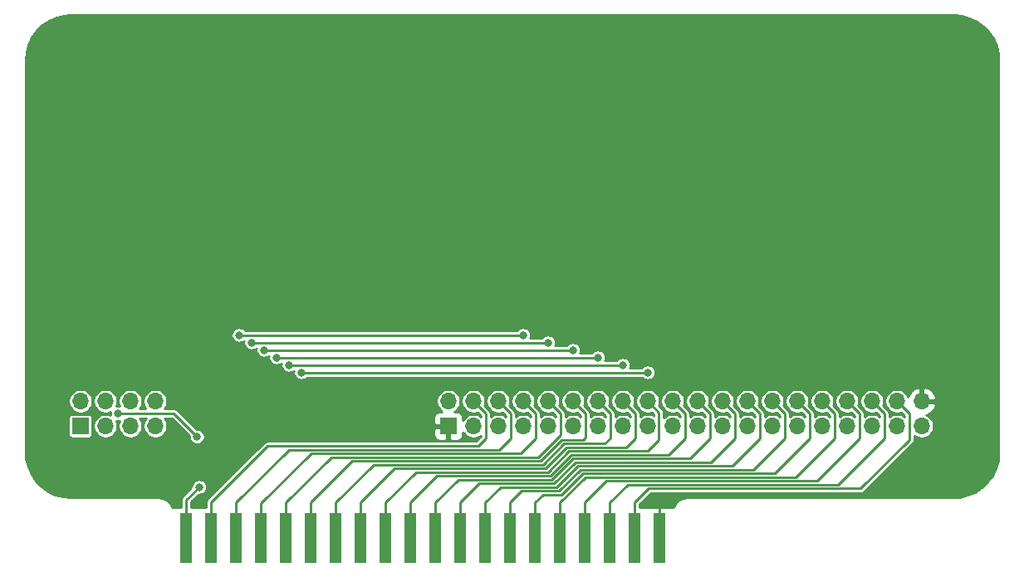
<source format=gbr>
G04 #@! TF.GenerationSoftware,KiCad,Pcbnew,(5.1.9-0-10_14)*
G04 #@! TF.CreationDate,2021-04-09T13:13:05-05:00*
G04 #@! TF.ProjectId,Prototype Card,50726f74-6f74-4797-9065-20436172642e,rev?*
G04 #@! TF.SameCoordinates,Original*
G04 #@! TF.FileFunction,Copper,L2,Bot*
G04 #@! TF.FilePolarity,Positive*
%FSLAX46Y46*%
G04 Gerber Fmt 4.6, Leading zero omitted, Abs format (unit mm)*
G04 Created by KiCad (PCBNEW (5.1.9-0-10_14)) date 2021-04-09 13:13:05*
%MOMM*%
%LPD*%
G01*
G04 APERTURE LIST*
G04 #@! TA.AperFunction,SMDPad,CuDef*
%ADD10R,1.270000X5.080000*%
G04 #@! TD*
G04 #@! TA.AperFunction,ComponentPad*
%ADD11R,1.700000X1.700000*%
G04 #@! TD*
G04 #@! TA.AperFunction,ComponentPad*
%ADD12O,1.700000X1.700000*%
G04 #@! TD*
G04 #@! TA.AperFunction,ViaPad*
%ADD13C,0.800000*%
G04 #@! TD*
G04 #@! TA.AperFunction,Conductor*
%ADD14C,0.250000*%
G04 #@! TD*
G04 #@! TA.AperFunction,Conductor*
%ADD15C,0.254000*%
G04 #@! TD*
G04 #@! TA.AperFunction,Conductor*
%ADD16C,0.100000*%
G04 #@! TD*
G04 APERTURE END LIST*
D10*
X115290000Y-129950000D03*
X117830000Y-129950000D03*
X120370000Y-129950000D03*
X122910000Y-129950000D03*
X125450000Y-129950000D03*
X127990000Y-129950000D03*
X130530000Y-129950000D03*
X133070000Y-129950000D03*
X135610000Y-129950000D03*
X138150000Y-129950000D03*
X140690000Y-129950000D03*
X143230000Y-129950000D03*
X145770000Y-129950000D03*
X148310000Y-129950000D03*
X150850000Y-129950000D03*
X153390000Y-129950000D03*
X155930000Y-129950000D03*
X158470000Y-129950000D03*
X161010000Y-129950000D03*
X163550000Y-129950000D03*
D11*
X142000000Y-118500000D03*
D12*
X142000000Y-115960000D03*
X144540000Y-118500000D03*
X144540000Y-115960000D03*
X147080000Y-118500000D03*
X147080000Y-115960000D03*
X149620000Y-118500000D03*
X149620000Y-115960000D03*
X152160000Y-118500000D03*
X152160000Y-115960000D03*
X154700000Y-118500000D03*
X154700000Y-115960000D03*
X157240000Y-118500000D03*
X157240000Y-115960000D03*
X159780000Y-118500000D03*
X159780000Y-115960000D03*
X162320000Y-118500000D03*
X162320000Y-115960000D03*
X164860000Y-118500000D03*
X164860000Y-115960000D03*
X167400000Y-118500000D03*
X167400000Y-115960000D03*
X169940000Y-118500000D03*
X169940000Y-115960000D03*
X172480000Y-118500000D03*
X172480000Y-115960000D03*
X175020000Y-118500000D03*
X175020000Y-115960000D03*
X177560000Y-118500000D03*
X177560000Y-115960000D03*
X180100000Y-118500000D03*
X180100000Y-115960000D03*
X182640000Y-118500000D03*
X182640000Y-115960000D03*
X185180000Y-118500000D03*
X185180000Y-115960000D03*
X187720000Y-118500000D03*
X187720000Y-115960000D03*
X190260000Y-118500000D03*
X190260000Y-115960000D03*
D11*
X104500000Y-118500000D03*
D12*
X104500000Y-115960000D03*
X107040000Y-118500000D03*
X107040000Y-115960000D03*
X109580000Y-118500000D03*
X109580000Y-115960000D03*
X112120000Y-118500000D03*
X112120000Y-115960000D03*
D13*
X115570000Y-114871500D03*
X116078000Y-95377000D03*
X136144000Y-95250000D03*
X160528000Y-95123000D03*
X183007000Y-95250000D03*
X191770000Y-121158000D03*
X133096000Y-114554000D03*
X102997000Y-121285000D03*
X116586000Y-124714000D03*
X120650000Y-109220000D03*
X149606000Y-109220000D03*
X121919998Y-109982000D03*
X152146000Y-109982000D03*
X123190000Y-110744000D03*
X154686000Y-110744000D03*
X124460000Y-111506000D03*
X157226000Y-111506000D03*
X125730000Y-112268000D03*
X159766000Y-112268000D03*
X127000000Y-113030000D03*
X162306000Y-113030000D03*
X108330999Y-117221001D03*
X116386995Y-119579005D03*
D14*
X163550000Y-129950000D02*
X163550000Y-125730000D01*
X115290000Y-126010000D02*
X116586000Y-124714000D01*
X115290000Y-129950000D02*
X115290000Y-126010000D01*
X123571000Y-120523000D02*
X117830000Y-126264000D01*
X145034000Y-120523000D02*
X123571000Y-120523000D01*
X145796000Y-119761000D02*
X145034000Y-120523000D01*
X117830000Y-126264000D02*
X117830000Y-129950000D01*
X145796000Y-117216000D02*
X145796000Y-119761000D01*
X144540000Y-115960000D02*
X145796000Y-117216000D01*
X147193000Y-120904000D02*
X125730000Y-120904000D01*
X148336000Y-117216000D02*
X148336000Y-119761000D01*
X148336000Y-119761000D02*
X147193000Y-120904000D01*
X147080000Y-115960000D02*
X148336000Y-117216000D01*
X120370000Y-126264000D02*
X120370000Y-129950000D01*
X125730000Y-120904000D02*
X120370000Y-126264000D01*
X120650000Y-109220000D02*
X149606000Y-109220000D01*
X122910000Y-126391000D02*
X122910000Y-129950000D01*
X149352000Y-121285000D02*
X128016000Y-121285000D01*
X150876000Y-117216000D02*
X150876000Y-119761000D01*
X149620000Y-115960000D02*
X150876000Y-117216000D01*
X128016000Y-121285000D02*
X122910000Y-126391000D01*
X150876000Y-119761000D02*
X149352000Y-121285000D01*
X121919998Y-109982000D02*
X152146000Y-109982000D01*
X130048000Y-121666000D02*
X125450000Y-126264000D01*
X153416000Y-117216000D02*
X153416000Y-119380000D01*
X125450000Y-126264000D02*
X125450000Y-129950000D01*
X153416000Y-119380000D02*
X151130000Y-121666000D01*
X151130000Y-121666000D02*
X130048000Y-121666000D01*
X152160000Y-115960000D02*
X153416000Y-117216000D01*
X123190000Y-110744000D02*
X154686000Y-110744000D01*
X127990000Y-126264000D02*
X127990000Y-129950000D01*
X132207000Y-122047000D02*
X127990000Y-126264000D01*
X151384000Y-122047000D02*
X132207000Y-122047000D01*
X155702000Y-119888000D02*
X153543000Y-119888000D01*
X155956000Y-119634000D02*
X155702000Y-119888000D01*
X153543000Y-119888000D02*
X151384000Y-122047000D01*
X155956000Y-117216000D02*
X155956000Y-119634000D01*
X154700000Y-115960000D02*
X155956000Y-117216000D01*
X124714000Y-111506000D02*
X157226000Y-111506000D01*
X124460000Y-111760000D02*
X124714000Y-111506000D01*
X134366000Y-122428000D02*
X130530000Y-126264000D01*
X130530000Y-126264000D02*
X130530000Y-129950000D01*
X151638000Y-122428000D02*
X134366000Y-122428000D01*
X153797000Y-120269000D02*
X151638000Y-122428000D01*
X158496000Y-119721436D02*
X157948436Y-120269000D01*
X158496000Y-117216000D02*
X158496000Y-119721436D01*
X157948436Y-120269000D02*
X153797000Y-120269000D01*
X157240000Y-115960000D02*
X158496000Y-117216000D01*
X125730000Y-112268000D02*
X159766000Y-112268000D01*
X133070000Y-126264000D02*
X133070000Y-129950000D01*
X136525000Y-122809000D02*
X133070000Y-126264000D01*
X161036000Y-117216000D02*
X161036000Y-119761000D01*
X160147000Y-120650000D02*
X154051000Y-120650000D01*
X159780000Y-115960000D02*
X161036000Y-117216000D01*
X161036000Y-119761000D02*
X160147000Y-120650000D01*
X151892000Y-122809000D02*
X136525000Y-122809000D01*
X154051000Y-120650000D02*
X151892000Y-122809000D01*
X127000000Y-113030000D02*
X162306000Y-113030000D01*
X162306000Y-121031000D02*
X154305000Y-121031000D01*
X163454000Y-117094000D02*
X163454000Y-119883000D01*
X163454000Y-119883000D02*
X162306000Y-121031000D01*
X138684000Y-123190000D02*
X135610000Y-126264000D01*
X135610000Y-126264000D02*
X135610000Y-129950000D01*
X162320000Y-115960000D02*
X163454000Y-117094000D01*
X154305000Y-121031000D02*
X152146000Y-123190000D01*
X152146000Y-123190000D02*
X138684000Y-123190000D01*
X140843000Y-123571000D02*
X138150000Y-126264000D01*
X138150000Y-126264000D02*
X138150000Y-129950000D01*
X164458151Y-121418849D02*
X154552151Y-121418849D01*
X164860000Y-115960000D02*
X166116000Y-117216000D01*
X152400000Y-123571000D02*
X140843000Y-123571000D01*
X166116000Y-119761000D02*
X164458151Y-121418849D01*
X166116000Y-117216000D02*
X166116000Y-119761000D01*
X154552151Y-121418849D02*
X152400000Y-123571000D01*
X154707266Y-121796908D02*
X152552174Y-123952000D01*
X168656000Y-119761000D02*
X166620092Y-121796908D01*
X140690000Y-126264000D02*
X140690000Y-129950000D01*
X166620092Y-121796908D02*
X154707266Y-121796908D01*
X167400000Y-115960000D02*
X168656000Y-117216000D01*
X143002000Y-123952000D02*
X140690000Y-126264000D01*
X168656000Y-117216000D02*
X168656000Y-119761000D01*
X152552174Y-123952000D02*
X143002000Y-123952000D01*
X145161000Y-124333000D02*
X143230000Y-126264000D01*
X154940081Y-122173919D02*
X152781000Y-124333000D01*
X143230000Y-126264000D02*
X143230000Y-129950000D01*
X152781000Y-124333000D02*
X145161000Y-124333000D01*
X168783081Y-122173919D02*
X154940081Y-122173919D01*
X171196000Y-119761000D02*
X168783081Y-122173919D01*
X169940000Y-115960000D02*
X171196000Y-117216000D01*
X171196000Y-117216000D02*
X171196000Y-119761000D01*
X173736000Y-119761000D02*
X170942000Y-122555000D01*
X145770000Y-126264000D02*
X145770000Y-129950000D01*
X147320000Y-124714000D02*
X145770000Y-126264000D01*
X172480000Y-115960000D02*
X173736000Y-117216000D01*
X153035000Y-124714000D02*
X147320000Y-124714000D01*
X173736000Y-117216000D02*
X173736000Y-119761000D01*
X155194000Y-122555000D02*
X153035000Y-124714000D01*
X170942000Y-122555000D02*
X155194000Y-122555000D01*
X153289000Y-125095000D02*
X149479000Y-125095000D01*
X176276000Y-119761000D02*
X173101000Y-122936000D01*
X176276000Y-117216000D02*
X176276000Y-119761000D01*
X175020000Y-115960000D02*
X176276000Y-117216000D01*
X173101000Y-122936000D02*
X155448000Y-122936000D01*
X149479000Y-125095000D02*
X148310000Y-126264000D01*
X148310000Y-126264000D02*
X148310000Y-129950000D01*
X155448000Y-122936000D02*
X153289000Y-125095000D01*
X178816000Y-117216000D02*
X178816000Y-119761000D01*
X175260000Y-123317000D02*
X155702000Y-123317000D01*
X150850000Y-126264000D02*
X150850000Y-129950000D01*
X153543000Y-125476000D02*
X151638000Y-125476000D01*
X155702000Y-123317000D02*
X153543000Y-125476000D01*
X177560000Y-115960000D02*
X178816000Y-117216000D01*
X151638000Y-125476000D02*
X150850000Y-126264000D01*
X178816000Y-119761000D02*
X175260000Y-123317000D01*
X155956000Y-123698000D02*
X153390000Y-126264000D01*
X181356000Y-119761000D02*
X177419000Y-123698000D01*
X177419000Y-123698000D02*
X155956000Y-123698000D01*
X181356000Y-117216000D02*
X181356000Y-119761000D01*
X180100000Y-115960000D02*
X181356000Y-117216000D01*
X153390000Y-126264000D02*
X153390000Y-129950000D01*
X183896000Y-119761000D02*
X179578000Y-124079000D01*
X155930000Y-126264000D02*
X155930000Y-129950000D01*
X179578000Y-124079000D02*
X158115000Y-124079000D01*
X158115000Y-124079000D02*
X155930000Y-126264000D01*
X183896000Y-117216000D02*
X183896000Y-119761000D01*
X182640000Y-115960000D02*
X183896000Y-117216000D01*
X186436000Y-117216000D02*
X186436000Y-119761000D01*
X160274000Y-124460000D02*
X158470000Y-126264000D01*
X185180000Y-115960000D02*
X186436000Y-117216000D01*
X186436000Y-119761000D02*
X181737000Y-124460000D01*
X158470000Y-126264000D02*
X158470000Y-129950000D01*
X181737000Y-124460000D02*
X160274000Y-124460000D01*
X161010000Y-126264000D02*
X161010000Y-129950000D01*
X187720000Y-115960000D02*
X188976000Y-117216000D01*
X162433000Y-124841000D02*
X161010000Y-126264000D01*
X188976000Y-119888000D02*
X184023000Y-124841000D01*
X188976000Y-117216000D02*
X188976000Y-119888000D01*
X184023000Y-124841000D02*
X162433000Y-124841000D01*
X108330999Y-117221001D02*
X114028991Y-117221001D01*
X114028991Y-117221001D02*
X116386995Y-119579005D01*
D15*
X194314346Y-76673794D02*
X195101873Y-76889238D01*
X195838816Y-77240741D01*
X196501860Y-77717187D01*
X197070056Y-78303519D01*
X197525438Y-78981200D01*
X197853619Y-79728816D01*
X198044970Y-80525851D01*
X198095101Y-81208506D01*
X198095100Y-121175515D01*
X198020906Y-122006846D01*
X197805462Y-122794374D01*
X197453959Y-123531316D01*
X196977513Y-124194360D01*
X196391181Y-124762556D01*
X195713500Y-125217938D01*
X194965884Y-125546119D01*
X194168849Y-125737470D01*
X193486208Y-125787600D01*
X166281159Y-125787600D01*
X166263511Y-125789338D01*
X166257321Y-125789295D01*
X166251679Y-125789848D01*
X166057582Y-125810249D01*
X166021496Y-125817656D01*
X165985392Y-125824544D01*
X165979967Y-125826181D01*
X165979961Y-125826183D01*
X165793527Y-125883894D01*
X165759600Y-125898155D01*
X165725487Y-125911938D01*
X165720481Y-125914599D01*
X165548804Y-126007424D01*
X165518237Y-126028042D01*
X165487506Y-126048152D01*
X165483112Y-126051734D01*
X165332734Y-126176138D01*
X165306764Y-126202289D01*
X165280516Y-126227994D01*
X165276907Y-126232356D01*
X165276901Y-126232362D01*
X165276897Y-126232369D01*
X165153552Y-126383604D01*
X165133178Y-126414269D01*
X165112399Y-126444616D01*
X165109705Y-126449598D01*
X165109702Y-126449602D01*
X165109702Y-126449603D01*
X165018077Y-126621925D01*
X165004049Y-126655960D01*
X164989559Y-126689768D01*
X164987882Y-126695183D01*
X164972539Y-126746000D01*
X161516000Y-126746000D01*
X161516000Y-126473591D01*
X162642592Y-125347000D01*
X183998154Y-125347000D01*
X184023000Y-125349447D01*
X184047846Y-125347000D01*
X184047854Y-125347000D01*
X184122193Y-125339678D01*
X184217575Y-125310745D01*
X184305479Y-125263759D01*
X184382527Y-125200527D01*
X184398376Y-125181215D01*
X189316222Y-120263370D01*
X189335527Y-120247527D01*
X189398759Y-120170479D01*
X189445745Y-120082575D01*
X189474678Y-119987193D01*
X189482000Y-119912854D01*
X189484448Y-119888000D01*
X189482000Y-119863146D01*
X189482000Y-119460668D01*
X189676903Y-119590898D01*
X189900931Y-119683693D01*
X190138757Y-119731000D01*
X190381243Y-119731000D01*
X190619069Y-119683693D01*
X190843097Y-119590898D01*
X191044717Y-119456180D01*
X191216180Y-119284717D01*
X191350898Y-119083097D01*
X191443693Y-118859069D01*
X191491000Y-118621243D01*
X191491000Y-118378757D01*
X191443693Y-118140931D01*
X191350898Y-117916903D01*
X191216180Y-117715283D01*
X191044717Y-117543820D01*
X190843097Y-117409102D01*
X190736846Y-117365091D01*
X190764099Y-117356825D01*
X191026920Y-117231641D01*
X191260269Y-117057588D01*
X191455178Y-116841355D01*
X191604157Y-116591252D01*
X191701481Y-116316891D01*
X191580814Y-116087000D01*
X190387000Y-116087000D01*
X190387000Y-116107000D01*
X190133000Y-116107000D01*
X190133000Y-116087000D01*
X190113000Y-116087000D01*
X190113000Y-115833000D01*
X190133000Y-115833000D01*
X190133000Y-114639845D01*
X190387000Y-114639845D01*
X190387000Y-115833000D01*
X191580814Y-115833000D01*
X191701481Y-115603109D01*
X191604157Y-115328748D01*
X191455178Y-115078645D01*
X191260269Y-114862412D01*
X191026920Y-114688359D01*
X190764099Y-114563175D01*
X190616890Y-114518524D01*
X190387000Y-114639845D01*
X190133000Y-114639845D01*
X189903110Y-114518524D01*
X189755901Y-114563175D01*
X189493080Y-114688359D01*
X189259731Y-114862412D01*
X189064822Y-115078645D01*
X188915843Y-115328748D01*
X188858228Y-115491168D01*
X188810898Y-115376903D01*
X188676180Y-115175283D01*
X188504717Y-115003820D01*
X188303097Y-114869102D01*
X188079069Y-114776307D01*
X187841243Y-114729000D01*
X187598757Y-114729000D01*
X187360931Y-114776307D01*
X187136903Y-114869102D01*
X186935283Y-115003820D01*
X186763820Y-115175283D01*
X186629102Y-115376903D01*
X186536307Y-115600931D01*
X186489000Y-115838757D01*
X186489000Y-116081243D01*
X186536307Y-116319069D01*
X186629102Y-116543097D01*
X186763820Y-116744717D01*
X186935283Y-116916180D01*
X187136903Y-117050898D01*
X187360931Y-117143693D01*
X187598757Y-117191000D01*
X187841243Y-117191000D01*
X188079069Y-117143693D01*
X188156167Y-117111758D01*
X188470000Y-117425592D01*
X188470000Y-117520623D01*
X188303097Y-117409102D01*
X188079069Y-117316307D01*
X187841243Y-117269000D01*
X187598757Y-117269000D01*
X187360931Y-117316307D01*
X187136903Y-117409102D01*
X186942000Y-117539332D01*
X186942000Y-117240845D01*
X186944447Y-117215999D01*
X186942000Y-117191153D01*
X186942000Y-117191146D01*
X186934678Y-117116807D01*
X186927760Y-117093999D01*
X186905745Y-117021425D01*
X186891517Y-116994807D01*
X186858759Y-116933521D01*
X186795527Y-116856473D01*
X186776220Y-116840628D01*
X186331758Y-116396167D01*
X186363693Y-116319069D01*
X186411000Y-116081243D01*
X186411000Y-115838757D01*
X186363693Y-115600931D01*
X186270898Y-115376903D01*
X186136180Y-115175283D01*
X185964717Y-115003820D01*
X185763097Y-114869102D01*
X185539069Y-114776307D01*
X185301243Y-114729000D01*
X185058757Y-114729000D01*
X184820931Y-114776307D01*
X184596903Y-114869102D01*
X184395283Y-115003820D01*
X184223820Y-115175283D01*
X184089102Y-115376903D01*
X183996307Y-115600931D01*
X183949000Y-115838757D01*
X183949000Y-116081243D01*
X183996307Y-116319069D01*
X184089102Y-116543097D01*
X184223820Y-116744717D01*
X184395283Y-116916180D01*
X184596903Y-117050898D01*
X184820931Y-117143693D01*
X185058757Y-117191000D01*
X185301243Y-117191000D01*
X185539069Y-117143693D01*
X185616167Y-117111758D01*
X185930000Y-117425592D01*
X185930000Y-117520623D01*
X185763097Y-117409102D01*
X185539069Y-117316307D01*
X185301243Y-117269000D01*
X185058757Y-117269000D01*
X184820931Y-117316307D01*
X184596903Y-117409102D01*
X184402000Y-117539332D01*
X184402000Y-117240845D01*
X184404447Y-117215999D01*
X184402000Y-117191153D01*
X184402000Y-117191146D01*
X184394678Y-117116807D01*
X184387760Y-117093999D01*
X184365745Y-117021425D01*
X184351517Y-116994807D01*
X184318759Y-116933521D01*
X184255527Y-116856473D01*
X184236220Y-116840628D01*
X183791758Y-116396167D01*
X183823693Y-116319069D01*
X183871000Y-116081243D01*
X183871000Y-115838757D01*
X183823693Y-115600931D01*
X183730898Y-115376903D01*
X183596180Y-115175283D01*
X183424717Y-115003820D01*
X183223097Y-114869102D01*
X182999069Y-114776307D01*
X182761243Y-114729000D01*
X182518757Y-114729000D01*
X182280931Y-114776307D01*
X182056903Y-114869102D01*
X181855283Y-115003820D01*
X181683820Y-115175283D01*
X181549102Y-115376903D01*
X181456307Y-115600931D01*
X181409000Y-115838757D01*
X181409000Y-116081243D01*
X181456307Y-116319069D01*
X181549102Y-116543097D01*
X181683820Y-116744717D01*
X181855283Y-116916180D01*
X182056903Y-117050898D01*
X182280931Y-117143693D01*
X182518757Y-117191000D01*
X182761243Y-117191000D01*
X182999069Y-117143693D01*
X183076167Y-117111758D01*
X183390000Y-117425592D01*
X183390000Y-117520623D01*
X183223097Y-117409102D01*
X182999069Y-117316307D01*
X182761243Y-117269000D01*
X182518757Y-117269000D01*
X182280931Y-117316307D01*
X182056903Y-117409102D01*
X181862000Y-117539332D01*
X181862000Y-117240845D01*
X181864447Y-117215999D01*
X181862000Y-117191153D01*
X181862000Y-117191146D01*
X181854678Y-117116807D01*
X181847760Y-117093999D01*
X181825745Y-117021425D01*
X181811517Y-116994807D01*
X181778759Y-116933521D01*
X181715527Y-116856473D01*
X181696220Y-116840628D01*
X181251758Y-116396167D01*
X181283693Y-116319069D01*
X181331000Y-116081243D01*
X181331000Y-115838757D01*
X181283693Y-115600931D01*
X181190898Y-115376903D01*
X181056180Y-115175283D01*
X180884717Y-115003820D01*
X180683097Y-114869102D01*
X180459069Y-114776307D01*
X180221243Y-114729000D01*
X179978757Y-114729000D01*
X179740931Y-114776307D01*
X179516903Y-114869102D01*
X179315283Y-115003820D01*
X179143820Y-115175283D01*
X179009102Y-115376903D01*
X178916307Y-115600931D01*
X178869000Y-115838757D01*
X178869000Y-116081243D01*
X178916307Y-116319069D01*
X179009102Y-116543097D01*
X179143820Y-116744717D01*
X179315283Y-116916180D01*
X179516903Y-117050898D01*
X179740931Y-117143693D01*
X179978757Y-117191000D01*
X180221243Y-117191000D01*
X180459069Y-117143693D01*
X180536167Y-117111758D01*
X180850000Y-117425592D01*
X180850000Y-117520623D01*
X180683097Y-117409102D01*
X180459069Y-117316307D01*
X180221243Y-117269000D01*
X179978757Y-117269000D01*
X179740931Y-117316307D01*
X179516903Y-117409102D01*
X179322000Y-117539332D01*
X179322000Y-117240845D01*
X179324447Y-117215999D01*
X179322000Y-117191153D01*
X179322000Y-117191146D01*
X179314678Y-117116807D01*
X179307760Y-117093999D01*
X179285745Y-117021425D01*
X179271517Y-116994807D01*
X179238759Y-116933521D01*
X179175527Y-116856473D01*
X179156220Y-116840628D01*
X178711758Y-116396167D01*
X178743693Y-116319069D01*
X178791000Y-116081243D01*
X178791000Y-115838757D01*
X178743693Y-115600931D01*
X178650898Y-115376903D01*
X178516180Y-115175283D01*
X178344717Y-115003820D01*
X178143097Y-114869102D01*
X177919069Y-114776307D01*
X177681243Y-114729000D01*
X177438757Y-114729000D01*
X177200931Y-114776307D01*
X176976903Y-114869102D01*
X176775283Y-115003820D01*
X176603820Y-115175283D01*
X176469102Y-115376903D01*
X176376307Y-115600931D01*
X176329000Y-115838757D01*
X176329000Y-116081243D01*
X176376307Y-116319069D01*
X176469102Y-116543097D01*
X176603820Y-116744717D01*
X176775283Y-116916180D01*
X176976903Y-117050898D01*
X177200931Y-117143693D01*
X177438757Y-117191000D01*
X177681243Y-117191000D01*
X177919069Y-117143693D01*
X177996167Y-117111758D01*
X178310000Y-117425592D01*
X178310000Y-117520623D01*
X178143097Y-117409102D01*
X177919069Y-117316307D01*
X177681243Y-117269000D01*
X177438757Y-117269000D01*
X177200931Y-117316307D01*
X176976903Y-117409102D01*
X176782000Y-117539332D01*
X176782000Y-117240845D01*
X176784447Y-117215999D01*
X176782000Y-117191153D01*
X176782000Y-117191146D01*
X176774678Y-117116807D01*
X176767760Y-117093999D01*
X176745745Y-117021425D01*
X176731517Y-116994807D01*
X176698759Y-116933521D01*
X176635527Y-116856473D01*
X176616220Y-116840628D01*
X176171758Y-116396167D01*
X176203693Y-116319069D01*
X176251000Y-116081243D01*
X176251000Y-115838757D01*
X176203693Y-115600931D01*
X176110898Y-115376903D01*
X175976180Y-115175283D01*
X175804717Y-115003820D01*
X175603097Y-114869102D01*
X175379069Y-114776307D01*
X175141243Y-114729000D01*
X174898757Y-114729000D01*
X174660931Y-114776307D01*
X174436903Y-114869102D01*
X174235283Y-115003820D01*
X174063820Y-115175283D01*
X173929102Y-115376903D01*
X173836307Y-115600931D01*
X173789000Y-115838757D01*
X173789000Y-116081243D01*
X173836307Y-116319069D01*
X173929102Y-116543097D01*
X174063820Y-116744717D01*
X174235283Y-116916180D01*
X174436903Y-117050898D01*
X174660931Y-117143693D01*
X174898757Y-117191000D01*
X175141243Y-117191000D01*
X175379069Y-117143693D01*
X175456167Y-117111758D01*
X175770000Y-117425592D01*
X175770000Y-117520623D01*
X175603097Y-117409102D01*
X175379069Y-117316307D01*
X175141243Y-117269000D01*
X174898757Y-117269000D01*
X174660931Y-117316307D01*
X174436903Y-117409102D01*
X174242000Y-117539332D01*
X174242000Y-117240845D01*
X174244447Y-117215999D01*
X174242000Y-117191153D01*
X174242000Y-117191146D01*
X174234678Y-117116807D01*
X174227760Y-117093999D01*
X174205745Y-117021425D01*
X174191517Y-116994807D01*
X174158759Y-116933521D01*
X174095527Y-116856473D01*
X174076220Y-116840628D01*
X173631758Y-116396167D01*
X173663693Y-116319069D01*
X173711000Y-116081243D01*
X173711000Y-115838757D01*
X173663693Y-115600931D01*
X173570898Y-115376903D01*
X173436180Y-115175283D01*
X173264717Y-115003820D01*
X173063097Y-114869102D01*
X172839069Y-114776307D01*
X172601243Y-114729000D01*
X172358757Y-114729000D01*
X172120931Y-114776307D01*
X171896903Y-114869102D01*
X171695283Y-115003820D01*
X171523820Y-115175283D01*
X171389102Y-115376903D01*
X171296307Y-115600931D01*
X171249000Y-115838757D01*
X171249000Y-116081243D01*
X171296307Y-116319069D01*
X171389102Y-116543097D01*
X171523820Y-116744717D01*
X171695283Y-116916180D01*
X171896903Y-117050898D01*
X172120931Y-117143693D01*
X172358757Y-117191000D01*
X172601243Y-117191000D01*
X172839069Y-117143693D01*
X172916167Y-117111758D01*
X173230000Y-117425592D01*
X173230000Y-117520623D01*
X173063097Y-117409102D01*
X172839069Y-117316307D01*
X172601243Y-117269000D01*
X172358757Y-117269000D01*
X172120931Y-117316307D01*
X171896903Y-117409102D01*
X171702000Y-117539332D01*
X171702000Y-117240845D01*
X171704447Y-117215999D01*
X171702000Y-117191153D01*
X171702000Y-117191146D01*
X171694678Y-117116807D01*
X171687760Y-117093999D01*
X171665745Y-117021425D01*
X171651517Y-116994807D01*
X171618759Y-116933521D01*
X171555527Y-116856473D01*
X171536220Y-116840628D01*
X171091758Y-116396167D01*
X171123693Y-116319069D01*
X171171000Y-116081243D01*
X171171000Y-115838757D01*
X171123693Y-115600931D01*
X171030898Y-115376903D01*
X170896180Y-115175283D01*
X170724717Y-115003820D01*
X170523097Y-114869102D01*
X170299069Y-114776307D01*
X170061243Y-114729000D01*
X169818757Y-114729000D01*
X169580931Y-114776307D01*
X169356903Y-114869102D01*
X169155283Y-115003820D01*
X168983820Y-115175283D01*
X168849102Y-115376903D01*
X168756307Y-115600931D01*
X168709000Y-115838757D01*
X168709000Y-116081243D01*
X168756307Y-116319069D01*
X168849102Y-116543097D01*
X168983820Y-116744717D01*
X169155283Y-116916180D01*
X169356903Y-117050898D01*
X169580931Y-117143693D01*
X169818757Y-117191000D01*
X170061243Y-117191000D01*
X170299069Y-117143693D01*
X170376167Y-117111758D01*
X170690000Y-117425592D01*
X170690000Y-117520623D01*
X170523097Y-117409102D01*
X170299069Y-117316307D01*
X170061243Y-117269000D01*
X169818757Y-117269000D01*
X169580931Y-117316307D01*
X169356903Y-117409102D01*
X169162000Y-117539332D01*
X169162000Y-117240845D01*
X169164447Y-117215999D01*
X169162000Y-117191153D01*
X169162000Y-117191146D01*
X169154678Y-117116807D01*
X169147760Y-117093999D01*
X169125745Y-117021425D01*
X169111517Y-116994807D01*
X169078759Y-116933521D01*
X169015527Y-116856473D01*
X168996220Y-116840628D01*
X168551758Y-116396167D01*
X168583693Y-116319069D01*
X168631000Y-116081243D01*
X168631000Y-115838757D01*
X168583693Y-115600931D01*
X168490898Y-115376903D01*
X168356180Y-115175283D01*
X168184717Y-115003820D01*
X167983097Y-114869102D01*
X167759069Y-114776307D01*
X167521243Y-114729000D01*
X167278757Y-114729000D01*
X167040931Y-114776307D01*
X166816903Y-114869102D01*
X166615283Y-115003820D01*
X166443820Y-115175283D01*
X166309102Y-115376903D01*
X166216307Y-115600931D01*
X166169000Y-115838757D01*
X166169000Y-116081243D01*
X166216307Y-116319069D01*
X166309102Y-116543097D01*
X166443820Y-116744717D01*
X166615283Y-116916180D01*
X166816903Y-117050898D01*
X167040931Y-117143693D01*
X167278757Y-117191000D01*
X167521243Y-117191000D01*
X167759069Y-117143693D01*
X167836167Y-117111758D01*
X168150000Y-117425592D01*
X168150000Y-117520623D01*
X167983097Y-117409102D01*
X167759069Y-117316307D01*
X167521243Y-117269000D01*
X167278757Y-117269000D01*
X167040931Y-117316307D01*
X166816903Y-117409102D01*
X166622000Y-117539332D01*
X166622000Y-117240845D01*
X166624447Y-117215999D01*
X166622000Y-117191153D01*
X166622000Y-117191146D01*
X166614678Y-117116807D01*
X166607760Y-117093999D01*
X166585745Y-117021425D01*
X166571517Y-116994807D01*
X166538759Y-116933521D01*
X166475527Y-116856473D01*
X166456220Y-116840628D01*
X166011758Y-116396167D01*
X166043693Y-116319069D01*
X166091000Y-116081243D01*
X166091000Y-115838757D01*
X166043693Y-115600931D01*
X165950898Y-115376903D01*
X165816180Y-115175283D01*
X165644717Y-115003820D01*
X165443097Y-114869102D01*
X165219069Y-114776307D01*
X164981243Y-114729000D01*
X164738757Y-114729000D01*
X164500931Y-114776307D01*
X164276903Y-114869102D01*
X164075283Y-115003820D01*
X163903820Y-115175283D01*
X163769102Y-115376903D01*
X163676307Y-115600931D01*
X163629000Y-115838757D01*
X163629000Y-116081243D01*
X163676307Y-116319069D01*
X163769102Y-116543097D01*
X163903820Y-116744717D01*
X164075283Y-116916180D01*
X164276903Y-117050898D01*
X164500931Y-117143693D01*
X164738757Y-117191000D01*
X164981243Y-117191000D01*
X165219069Y-117143693D01*
X165296167Y-117111758D01*
X165610000Y-117425592D01*
X165610000Y-117520623D01*
X165443097Y-117409102D01*
X165219069Y-117316307D01*
X164981243Y-117269000D01*
X164738757Y-117269000D01*
X164500931Y-117316307D01*
X164276903Y-117409102D01*
X164075283Y-117543820D01*
X163960000Y-117659103D01*
X163960000Y-117118845D01*
X163962447Y-117093999D01*
X163960000Y-117069153D01*
X163960000Y-117069146D01*
X163952678Y-116994807D01*
X163923745Y-116899425D01*
X163876759Y-116811521D01*
X163813527Y-116734473D01*
X163794220Y-116718628D01*
X163471758Y-116396167D01*
X163503693Y-116319069D01*
X163551000Y-116081243D01*
X163551000Y-115838757D01*
X163503693Y-115600931D01*
X163410898Y-115376903D01*
X163276180Y-115175283D01*
X163104717Y-115003820D01*
X162903097Y-114869102D01*
X162679069Y-114776307D01*
X162441243Y-114729000D01*
X162198757Y-114729000D01*
X161960931Y-114776307D01*
X161736903Y-114869102D01*
X161535283Y-115003820D01*
X161363820Y-115175283D01*
X161229102Y-115376903D01*
X161136307Y-115600931D01*
X161089000Y-115838757D01*
X161089000Y-116081243D01*
X161136307Y-116319069D01*
X161229102Y-116543097D01*
X161363820Y-116744717D01*
X161535283Y-116916180D01*
X161736903Y-117050898D01*
X161960931Y-117143693D01*
X162198757Y-117191000D01*
X162441243Y-117191000D01*
X162679069Y-117143693D01*
X162756167Y-117111758D01*
X162948000Y-117303592D01*
X162948000Y-117439105D01*
X162903097Y-117409102D01*
X162679069Y-117316307D01*
X162441243Y-117269000D01*
X162198757Y-117269000D01*
X161960931Y-117316307D01*
X161736903Y-117409102D01*
X161542000Y-117539332D01*
X161542000Y-117240845D01*
X161544447Y-117215999D01*
X161542000Y-117191153D01*
X161542000Y-117191146D01*
X161534678Y-117116807D01*
X161527760Y-117093999D01*
X161505745Y-117021425D01*
X161491517Y-116994807D01*
X161458759Y-116933521D01*
X161395527Y-116856473D01*
X161376220Y-116840628D01*
X160931758Y-116396167D01*
X160963693Y-116319069D01*
X161011000Y-116081243D01*
X161011000Y-115838757D01*
X160963693Y-115600931D01*
X160870898Y-115376903D01*
X160736180Y-115175283D01*
X160564717Y-115003820D01*
X160363097Y-114869102D01*
X160139069Y-114776307D01*
X159901243Y-114729000D01*
X159658757Y-114729000D01*
X159420931Y-114776307D01*
X159196903Y-114869102D01*
X158995283Y-115003820D01*
X158823820Y-115175283D01*
X158689102Y-115376903D01*
X158596307Y-115600931D01*
X158549000Y-115838757D01*
X158549000Y-116081243D01*
X158596307Y-116319069D01*
X158689102Y-116543097D01*
X158823820Y-116744717D01*
X158995283Y-116916180D01*
X159196903Y-117050898D01*
X159420931Y-117143693D01*
X159658757Y-117191000D01*
X159901243Y-117191000D01*
X160139069Y-117143693D01*
X160216167Y-117111758D01*
X160530000Y-117425592D01*
X160530000Y-117520623D01*
X160363097Y-117409102D01*
X160139069Y-117316307D01*
X159901243Y-117269000D01*
X159658757Y-117269000D01*
X159420931Y-117316307D01*
X159196903Y-117409102D01*
X159002000Y-117539332D01*
X159002000Y-117240845D01*
X159004447Y-117215999D01*
X159002000Y-117191153D01*
X159002000Y-117191146D01*
X158994678Y-117116807D01*
X158987760Y-117093999D01*
X158965745Y-117021425D01*
X158951517Y-116994807D01*
X158918759Y-116933521D01*
X158855527Y-116856473D01*
X158836220Y-116840628D01*
X158391758Y-116396167D01*
X158423693Y-116319069D01*
X158471000Y-116081243D01*
X158471000Y-115838757D01*
X158423693Y-115600931D01*
X158330898Y-115376903D01*
X158196180Y-115175283D01*
X158024717Y-115003820D01*
X157823097Y-114869102D01*
X157599069Y-114776307D01*
X157361243Y-114729000D01*
X157118757Y-114729000D01*
X156880931Y-114776307D01*
X156656903Y-114869102D01*
X156455283Y-115003820D01*
X156283820Y-115175283D01*
X156149102Y-115376903D01*
X156056307Y-115600931D01*
X156009000Y-115838757D01*
X156009000Y-116081243D01*
X156056307Y-116319069D01*
X156149102Y-116543097D01*
X156283820Y-116744717D01*
X156455283Y-116916180D01*
X156656903Y-117050898D01*
X156880931Y-117143693D01*
X157118757Y-117191000D01*
X157361243Y-117191000D01*
X157599069Y-117143693D01*
X157676167Y-117111758D01*
X157990000Y-117425592D01*
X157990000Y-117520623D01*
X157823097Y-117409102D01*
X157599069Y-117316307D01*
X157361243Y-117269000D01*
X157118757Y-117269000D01*
X156880931Y-117316307D01*
X156656903Y-117409102D01*
X156462000Y-117539332D01*
X156462000Y-117240845D01*
X156464447Y-117215999D01*
X156462000Y-117191153D01*
X156462000Y-117191146D01*
X156454678Y-117116807D01*
X156447760Y-117093999D01*
X156425745Y-117021425D01*
X156411517Y-116994807D01*
X156378759Y-116933521D01*
X156315527Y-116856473D01*
X156296220Y-116840628D01*
X155851758Y-116396167D01*
X155883693Y-116319069D01*
X155931000Y-116081243D01*
X155931000Y-115838757D01*
X155883693Y-115600931D01*
X155790898Y-115376903D01*
X155656180Y-115175283D01*
X155484717Y-115003820D01*
X155283097Y-114869102D01*
X155059069Y-114776307D01*
X154821243Y-114729000D01*
X154578757Y-114729000D01*
X154340931Y-114776307D01*
X154116903Y-114869102D01*
X153915283Y-115003820D01*
X153743820Y-115175283D01*
X153609102Y-115376903D01*
X153516307Y-115600931D01*
X153469000Y-115838757D01*
X153469000Y-116081243D01*
X153516307Y-116319069D01*
X153609102Y-116543097D01*
X153743820Y-116744717D01*
X153915283Y-116916180D01*
X154116903Y-117050898D01*
X154340931Y-117143693D01*
X154578757Y-117191000D01*
X154821243Y-117191000D01*
X155059069Y-117143693D01*
X155136167Y-117111758D01*
X155450000Y-117425592D01*
X155450000Y-117520623D01*
X155283097Y-117409102D01*
X155059069Y-117316307D01*
X154821243Y-117269000D01*
X154578757Y-117269000D01*
X154340931Y-117316307D01*
X154116903Y-117409102D01*
X153922000Y-117539332D01*
X153922000Y-117240845D01*
X153924447Y-117215999D01*
X153922000Y-117191153D01*
X153922000Y-117191146D01*
X153914678Y-117116807D01*
X153907760Y-117093999D01*
X153885745Y-117021425D01*
X153871517Y-116994807D01*
X153838759Y-116933521D01*
X153775527Y-116856473D01*
X153756220Y-116840628D01*
X153311758Y-116396167D01*
X153343693Y-116319069D01*
X153391000Y-116081243D01*
X153391000Y-115838757D01*
X153343693Y-115600931D01*
X153250898Y-115376903D01*
X153116180Y-115175283D01*
X152944717Y-115003820D01*
X152743097Y-114869102D01*
X152519069Y-114776307D01*
X152281243Y-114729000D01*
X152038757Y-114729000D01*
X151800931Y-114776307D01*
X151576903Y-114869102D01*
X151375283Y-115003820D01*
X151203820Y-115175283D01*
X151069102Y-115376903D01*
X150976307Y-115600931D01*
X150929000Y-115838757D01*
X150929000Y-116081243D01*
X150976307Y-116319069D01*
X151069102Y-116543097D01*
X151203820Y-116744717D01*
X151375283Y-116916180D01*
X151576903Y-117050898D01*
X151800931Y-117143693D01*
X152038757Y-117191000D01*
X152281243Y-117191000D01*
X152519069Y-117143693D01*
X152596167Y-117111758D01*
X152910000Y-117425592D01*
X152910000Y-117520623D01*
X152743097Y-117409102D01*
X152519069Y-117316307D01*
X152281243Y-117269000D01*
X152038757Y-117269000D01*
X151800931Y-117316307D01*
X151576903Y-117409102D01*
X151382000Y-117539332D01*
X151382000Y-117240845D01*
X151384447Y-117215999D01*
X151382000Y-117191153D01*
X151382000Y-117191146D01*
X151374678Y-117116807D01*
X151367760Y-117093999D01*
X151345745Y-117021425D01*
X151331517Y-116994807D01*
X151298759Y-116933521D01*
X151235527Y-116856473D01*
X151216220Y-116840628D01*
X150771758Y-116396167D01*
X150803693Y-116319069D01*
X150851000Y-116081243D01*
X150851000Y-115838757D01*
X150803693Y-115600931D01*
X150710898Y-115376903D01*
X150576180Y-115175283D01*
X150404717Y-115003820D01*
X150203097Y-114869102D01*
X149979069Y-114776307D01*
X149741243Y-114729000D01*
X149498757Y-114729000D01*
X149260931Y-114776307D01*
X149036903Y-114869102D01*
X148835283Y-115003820D01*
X148663820Y-115175283D01*
X148529102Y-115376903D01*
X148436307Y-115600931D01*
X148389000Y-115838757D01*
X148389000Y-116081243D01*
X148436307Y-116319069D01*
X148529102Y-116543097D01*
X148663820Y-116744717D01*
X148835283Y-116916180D01*
X149036903Y-117050898D01*
X149260931Y-117143693D01*
X149498757Y-117191000D01*
X149741243Y-117191000D01*
X149979069Y-117143693D01*
X150056167Y-117111758D01*
X150370000Y-117425592D01*
X150370000Y-117520623D01*
X150203097Y-117409102D01*
X149979069Y-117316307D01*
X149741243Y-117269000D01*
X149498757Y-117269000D01*
X149260931Y-117316307D01*
X149036903Y-117409102D01*
X148842000Y-117539332D01*
X148842000Y-117240845D01*
X148844447Y-117215999D01*
X148842000Y-117191153D01*
X148842000Y-117191146D01*
X148834678Y-117116807D01*
X148827760Y-117093999D01*
X148805745Y-117021425D01*
X148791517Y-116994807D01*
X148758759Y-116933521D01*
X148695527Y-116856473D01*
X148676220Y-116840628D01*
X148231758Y-116396167D01*
X148263693Y-116319069D01*
X148311000Y-116081243D01*
X148311000Y-115838757D01*
X148263693Y-115600931D01*
X148170898Y-115376903D01*
X148036180Y-115175283D01*
X147864717Y-115003820D01*
X147663097Y-114869102D01*
X147439069Y-114776307D01*
X147201243Y-114729000D01*
X146958757Y-114729000D01*
X146720931Y-114776307D01*
X146496903Y-114869102D01*
X146295283Y-115003820D01*
X146123820Y-115175283D01*
X145989102Y-115376903D01*
X145896307Y-115600931D01*
X145849000Y-115838757D01*
X145849000Y-116081243D01*
X145896307Y-116319069D01*
X145989102Y-116543097D01*
X146123820Y-116744717D01*
X146295283Y-116916180D01*
X146496903Y-117050898D01*
X146720931Y-117143693D01*
X146958757Y-117191000D01*
X147201243Y-117191000D01*
X147439069Y-117143693D01*
X147516167Y-117111758D01*
X147830000Y-117425592D01*
X147830000Y-117520623D01*
X147663097Y-117409102D01*
X147439069Y-117316307D01*
X147201243Y-117269000D01*
X146958757Y-117269000D01*
X146720931Y-117316307D01*
X146496903Y-117409102D01*
X146302000Y-117539332D01*
X146302000Y-117240845D01*
X146304447Y-117215999D01*
X146302000Y-117191153D01*
X146302000Y-117191146D01*
X146294678Y-117116807D01*
X146287760Y-117093999D01*
X146265745Y-117021425D01*
X146251517Y-116994807D01*
X146218759Y-116933521D01*
X146155527Y-116856473D01*
X146136220Y-116840628D01*
X145691758Y-116396167D01*
X145723693Y-116319069D01*
X145771000Y-116081243D01*
X145771000Y-115838757D01*
X145723693Y-115600931D01*
X145630898Y-115376903D01*
X145496180Y-115175283D01*
X145324717Y-115003820D01*
X145123097Y-114869102D01*
X144899069Y-114776307D01*
X144661243Y-114729000D01*
X144418757Y-114729000D01*
X144180931Y-114776307D01*
X143956903Y-114869102D01*
X143755283Y-115003820D01*
X143583820Y-115175283D01*
X143449102Y-115376903D01*
X143356307Y-115600931D01*
X143309000Y-115838757D01*
X143309000Y-116081243D01*
X143356307Y-116319069D01*
X143449102Y-116543097D01*
X143583820Y-116744717D01*
X143755283Y-116916180D01*
X143956903Y-117050898D01*
X144180931Y-117143693D01*
X144418757Y-117191000D01*
X144661243Y-117191000D01*
X144899069Y-117143693D01*
X144976167Y-117111758D01*
X145290000Y-117425592D01*
X145290000Y-117520623D01*
X145123097Y-117409102D01*
X144899069Y-117316307D01*
X144661243Y-117269000D01*
X144418757Y-117269000D01*
X144180931Y-117316307D01*
X143956903Y-117409102D01*
X143755283Y-117543820D01*
X143583820Y-117715283D01*
X143486927Y-117860294D01*
X143488072Y-117650000D01*
X143475812Y-117525518D01*
X143439502Y-117405820D01*
X143380537Y-117295506D01*
X143301185Y-117198815D01*
X143204494Y-117119463D01*
X143094180Y-117060498D01*
X142974482Y-117024188D01*
X142850000Y-117011928D01*
X142639706Y-117013073D01*
X142784717Y-116916180D01*
X142956180Y-116744717D01*
X143090898Y-116543097D01*
X143183693Y-116319069D01*
X143231000Y-116081243D01*
X143231000Y-115838757D01*
X143183693Y-115600931D01*
X143090898Y-115376903D01*
X142956180Y-115175283D01*
X142784717Y-115003820D01*
X142583097Y-114869102D01*
X142359069Y-114776307D01*
X142121243Y-114729000D01*
X141878757Y-114729000D01*
X141640931Y-114776307D01*
X141416903Y-114869102D01*
X141215283Y-115003820D01*
X141043820Y-115175283D01*
X140909102Y-115376903D01*
X140816307Y-115600931D01*
X140769000Y-115838757D01*
X140769000Y-116081243D01*
X140816307Y-116319069D01*
X140909102Y-116543097D01*
X141043820Y-116744717D01*
X141215283Y-116916180D01*
X141360294Y-117013073D01*
X141150000Y-117011928D01*
X141025518Y-117024188D01*
X140905820Y-117060498D01*
X140795506Y-117119463D01*
X140698815Y-117198815D01*
X140619463Y-117295506D01*
X140560498Y-117405820D01*
X140524188Y-117525518D01*
X140511928Y-117650000D01*
X140515000Y-118214250D01*
X140673750Y-118373000D01*
X141873000Y-118373000D01*
X141873000Y-118353000D01*
X142127000Y-118353000D01*
X142127000Y-118373000D01*
X142147000Y-118373000D01*
X142147000Y-118627000D01*
X142127000Y-118627000D01*
X142127000Y-119826250D01*
X142285750Y-119985000D01*
X142850000Y-119988072D01*
X142974482Y-119975812D01*
X143094180Y-119939502D01*
X143204494Y-119880537D01*
X143301185Y-119801185D01*
X143380537Y-119704494D01*
X143439502Y-119594180D01*
X143475812Y-119474482D01*
X143488072Y-119350000D01*
X143486927Y-119139706D01*
X143583820Y-119284717D01*
X143755283Y-119456180D01*
X143956903Y-119590898D01*
X144180931Y-119683693D01*
X144418757Y-119731000D01*
X144661243Y-119731000D01*
X144899069Y-119683693D01*
X145123097Y-119590898D01*
X145290001Y-119479377D01*
X145290001Y-119551407D01*
X144824409Y-120017000D01*
X123595845Y-120017000D01*
X123570999Y-120014553D01*
X123546153Y-120017000D01*
X123546146Y-120017000D01*
X123471807Y-120024322D01*
X123376425Y-120053255D01*
X123288521Y-120100241D01*
X123211473Y-120163473D01*
X123195629Y-120182779D01*
X117489785Y-125888624D01*
X117470473Y-125904473D01*
X117407241Y-125981521D01*
X117360255Y-126069426D01*
X117331322Y-126164808D01*
X117324000Y-126239147D01*
X117324000Y-126239154D01*
X117321553Y-126264000D01*
X117324000Y-126288846D01*
X117324000Y-126746000D01*
X115796000Y-126746000D01*
X115796000Y-126219591D01*
X116520592Y-125495000D01*
X116662922Y-125495000D01*
X116813809Y-125464987D01*
X116955942Y-125406113D01*
X117083859Y-125320642D01*
X117192642Y-125211859D01*
X117278113Y-125083942D01*
X117336987Y-124941809D01*
X117367000Y-124790922D01*
X117367000Y-124637078D01*
X117336987Y-124486191D01*
X117278113Y-124344058D01*
X117192642Y-124216141D01*
X117083859Y-124107358D01*
X116955942Y-124021887D01*
X116813809Y-123963013D01*
X116662922Y-123933000D01*
X116509078Y-123933000D01*
X116358191Y-123963013D01*
X116216058Y-124021887D01*
X116088141Y-124107358D01*
X115979358Y-124216141D01*
X115893887Y-124344058D01*
X115835013Y-124486191D01*
X115805000Y-124637078D01*
X115805000Y-124779408D01*
X114949780Y-125634629D01*
X114930474Y-125650473D01*
X114867242Y-125727521D01*
X114849545Y-125760629D01*
X114820255Y-125815426D01*
X114791322Y-125910808D01*
X114781553Y-126010000D01*
X114784001Y-126034856D01*
X114784001Y-126746000D01*
X113829371Y-126746000D01*
X113810806Y-126686027D01*
X113796545Y-126652100D01*
X113782762Y-126617987D01*
X113780101Y-126612981D01*
X113687276Y-126441304D01*
X113666658Y-126410737D01*
X113646548Y-126380006D01*
X113642966Y-126375612D01*
X113518562Y-126225234D01*
X113492411Y-126199264D01*
X113466706Y-126173016D01*
X113462344Y-126169407D01*
X113462338Y-126169401D01*
X113462331Y-126169397D01*
X113311096Y-126046052D01*
X113280431Y-126025678D01*
X113250084Y-126004899D01*
X113245102Y-126002205D01*
X113245098Y-126002202D01*
X113245094Y-126002200D01*
X113072775Y-125910577D01*
X113038740Y-125896549D01*
X113004932Y-125882059D01*
X112999517Y-125880382D01*
X112812681Y-125823973D01*
X112776511Y-125816811D01*
X112740591Y-125809176D01*
X112734964Y-125808584D01*
X112734953Y-125808582D01*
X112734943Y-125808582D01*
X112540719Y-125789538D01*
X112540718Y-125789538D01*
X112521041Y-125787600D01*
X103519185Y-125787600D01*
X102687854Y-125713406D01*
X101900326Y-125497962D01*
X101163384Y-125146459D01*
X100500340Y-124670013D01*
X99932144Y-124083681D01*
X99476762Y-123406000D01*
X99148581Y-122658384D01*
X98957230Y-121861349D01*
X98907100Y-121178708D01*
X98907100Y-117650000D01*
X103267157Y-117650000D01*
X103267157Y-119350000D01*
X103274513Y-119424689D01*
X103296299Y-119496508D01*
X103331678Y-119562696D01*
X103379289Y-119620711D01*
X103437304Y-119668322D01*
X103503492Y-119703701D01*
X103575311Y-119725487D01*
X103650000Y-119732843D01*
X105350000Y-119732843D01*
X105424689Y-119725487D01*
X105496508Y-119703701D01*
X105562696Y-119668322D01*
X105620711Y-119620711D01*
X105668322Y-119562696D01*
X105703701Y-119496508D01*
X105725487Y-119424689D01*
X105732843Y-119350000D01*
X105732843Y-117650000D01*
X105725487Y-117575311D01*
X105703701Y-117503492D01*
X105668322Y-117437304D01*
X105620711Y-117379289D01*
X105562696Y-117331678D01*
X105496508Y-117296299D01*
X105424689Y-117274513D01*
X105350000Y-117267157D01*
X103650000Y-117267157D01*
X103575311Y-117274513D01*
X103503492Y-117296299D01*
X103437304Y-117331678D01*
X103379289Y-117379289D01*
X103331678Y-117437304D01*
X103296299Y-117503492D01*
X103274513Y-117575311D01*
X103267157Y-117650000D01*
X98907100Y-117650000D01*
X98907100Y-115838757D01*
X103269000Y-115838757D01*
X103269000Y-116081243D01*
X103316307Y-116319069D01*
X103409102Y-116543097D01*
X103543820Y-116744717D01*
X103715283Y-116916180D01*
X103916903Y-117050898D01*
X104140931Y-117143693D01*
X104378757Y-117191000D01*
X104621243Y-117191000D01*
X104859069Y-117143693D01*
X105083097Y-117050898D01*
X105284717Y-116916180D01*
X105456180Y-116744717D01*
X105590898Y-116543097D01*
X105683693Y-116319069D01*
X105731000Y-116081243D01*
X105731000Y-115838757D01*
X105809000Y-115838757D01*
X105809000Y-116081243D01*
X105856307Y-116319069D01*
X105949102Y-116543097D01*
X106083820Y-116744717D01*
X106255283Y-116916180D01*
X106456903Y-117050898D01*
X106680931Y-117143693D01*
X106918757Y-117191000D01*
X107161243Y-117191000D01*
X107399069Y-117143693D01*
X107563634Y-117075528D01*
X107549999Y-117144079D01*
X107549999Y-117297923D01*
X107567536Y-117386088D01*
X107399069Y-117316307D01*
X107161243Y-117269000D01*
X106918757Y-117269000D01*
X106680931Y-117316307D01*
X106456903Y-117409102D01*
X106255283Y-117543820D01*
X106083820Y-117715283D01*
X105949102Y-117916903D01*
X105856307Y-118140931D01*
X105809000Y-118378757D01*
X105809000Y-118621243D01*
X105856307Y-118859069D01*
X105949102Y-119083097D01*
X106083820Y-119284717D01*
X106255283Y-119456180D01*
X106456903Y-119590898D01*
X106680931Y-119683693D01*
X106918757Y-119731000D01*
X107161243Y-119731000D01*
X107399069Y-119683693D01*
X107623097Y-119590898D01*
X107824717Y-119456180D01*
X107996180Y-119284717D01*
X108130898Y-119083097D01*
X108223693Y-118859069D01*
X108271000Y-118621243D01*
X108271000Y-118378757D01*
X108223693Y-118140931D01*
X108158251Y-117982940D01*
X108254077Y-118002001D01*
X108407921Y-118002001D01*
X108457978Y-117992044D01*
X108396307Y-118140931D01*
X108349000Y-118378757D01*
X108349000Y-118621243D01*
X108396307Y-118859069D01*
X108489102Y-119083097D01*
X108623820Y-119284717D01*
X108795283Y-119456180D01*
X108996903Y-119590898D01*
X109220931Y-119683693D01*
X109458757Y-119731000D01*
X109701243Y-119731000D01*
X109939069Y-119683693D01*
X110163097Y-119590898D01*
X110364717Y-119456180D01*
X110536180Y-119284717D01*
X110670898Y-119083097D01*
X110763693Y-118859069D01*
X110811000Y-118621243D01*
X110811000Y-118378757D01*
X110763693Y-118140931D01*
X110670898Y-117916903D01*
X110544010Y-117727001D01*
X111155990Y-117727001D01*
X111029102Y-117916903D01*
X110936307Y-118140931D01*
X110889000Y-118378757D01*
X110889000Y-118621243D01*
X110936307Y-118859069D01*
X111029102Y-119083097D01*
X111163820Y-119284717D01*
X111335283Y-119456180D01*
X111536903Y-119590898D01*
X111760931Y-119683693D01*
X111998757Y-119731000D01*
X112241243Y-119731000D01*
X112479069Y-119683693D01*
X112703097Y-119590898D01*
X112904717Y-119456180D01*
X113076180Y-119284717D01*
X113210898Y-119083097D01*
X113303693Y-118859069D01*
X113351000Y-118621243D01*
X113351000Y-118378757D01*
X113303693Y-118140931D01*
X113210898Y-117916903D01*
X113084010Y-117727001D01*
X113819400Y-117727001D01*
X115605995Y-119513597D01*
X115605995Y-119655927D01*
X115636008Y-119806814D01*
X115694882Y-119948947D01*
X115780353Y-120076864D01*
X115889136Y-120185647D01*
X116017053Y-120271118D01*
X116159186Y-120329992D01*
X116310073Y-120360005D01*
X116463917Y-120360005D01*
X116614804Y-120329992D01*
X116756937Y-120271118D01*
X116884854Y-120185647D01*
X116993637Y-120076864D01*
X117079108Y-119948947D01*
X117137982Y-119806814D01*
X117167995Y-119655927D01*
X117167995Y-119502083D01*
X117137982Y-119351196D01*
X117137487Y-119350000D01*
X140511928Y-119350000D01*
X140524188Y-119474482D01*
X140560498Y-119594180D01*
X140619463Y-119704494D01*
X140698815Y-119801185D01*
X140795506Y-119880537D01*
X140905820Y-119939502D01*
X141025518Y-119975812D01*
X141150000Y-119988072D01*
X141714250Y-119985000D01*
X141873000Y-119826250D01*
X141873000Y-118627000D01*
X140673750Y-118627000D01*
X140515000Y-118785750D01*
X140511928Y-119350000D01*
X117137487Y-119350000D01*
X117079108Y-119209063D01*
X116993637Y-119081146D01*
X116884854Y-118972363D01*
X116756937Y-118886892D01*
X116614804Y-118828018D01*
X116463917Y-118798005D01*
X116321587Y-118798005D01*
X114404367Y-116880786D01*
X114388518Y-116861474D01*
X114311470Y-116798242D01*
X114223566Y-116751256D01*
X114128184Y-116722323D01*
X114053845Y-116715001D01*
X114053837Y-116715001D01*
X114028991Y-116712554D01*
X114004145Y-116715001D01*
X113096036Y-116715001D01*
X113210898Y-116543097D01*
X113303693Y-116319069D01*
X113351000Y-116081243D01*
X113351000Y-115838757D01*
X113303693Y-115600931D01*
X113210898Y-115376903D01*
X113076180Y-115175283D01*
X112904717Y-115003820D01*
X112703097Y-114869102D01*
X112479069Y-114776307D01*
X112241243Y-114729000D01*
X111998757Y-114729000D01*
X111760931Y-114776307D01*
X111536903Y-114869102D01*
X111335283Y-115003820D01*
X111163820Y-115175283D01*
X111029102Y-115376903D01*
X110936307Y-115600931D01*
X110889000Y-115838757D01*
X110889000Y-116081243D01*
X110936307Y-116319069D01*
X111029102Y-116543097D01*
X111143964Y-116715001D01*
X110556036Y-116715001D01*
X110670898Y-116543097D01*
X110763693Y-116319069D01*
X110811000Y-116081243D01*
X110811000Y-115838757D01*
X110763693Y-115600931D01*
X110670898Y-115376903D01*
X110536180Y-115175283D01*
X110364717Y-115003820D01*
X110163097Y-114869102D01*
X109939069Y-114776307D01*
X109701243Y-114729000D01*
X109458757Y-114729000D01*
X109220931Y-114776307D01*
X108996903Y-114869102D01*
X108795283Y-115003820D01*
X108623820Y-115175283D01*
X108489102Y-115376903D01*
X108396307Y-115600931D01*
X108349000Y-115838757D01*
X108349000Y-116081243D01*
X108396307Y-116319069D01*
X108449853Y-116448342D01*
X108407921Y-116440001D01*
X108254077Y-116440001D01*
X108166376Y-116457446D01*
X108223693Y-116319069D01*
X108271000Y-116081243D01*
X108271000Y-115838757D01*
X108223693Y-115600931D01*
X108130898Y-115376903D01*
X107996180Y-115175283D01*
X107824717Y-115003820D01*
X107623097Y-114869102D01*
X107399069Y-114776307D01*
X107161243Y-114729000D01*
X106918757Y-114729000D01*
X106680931Y-114776307D01*
X106456903Y-114869102D01*
X106255283Y-115003820D01*
X106083820Y-115175283D01*
X105949102Y-115376903D01*
X105856307Y-115600931D01*
X105809000Y-115838757D01*
X105731000Y-115838757D01*
X105683693Y-115600931D01*
X105590898Y-115376903D01*
X105456180Y-115175283D01*
X105284717Y-115003820D01*
X105083097Y-114869102D01*
X104859069Y-114776307D01*
X104621243Y-114729000D01*
X104378757Y-114729000D01*
X104140931Y-114776307D01*
X103916903Y-114869102D01*
X103715283Y-115003820D01*
X103543820Y-115175283D01*
X103409102Y-115376903D01*
X103316307Y-115600931D01*
X103269000Y-115838757D01*
X98907100Y-115838757D01*
X98907100Y-109143078D01*
X119869000Y-109143078D01*
X119869000Y-109296922D01*
X119899013Y-109447809D01*
X119957887Y-109589942D01*
X120043358Y-109717859D01*
X120152141Y-109826642D01*
X120280058Y-109912113D01*
X120422191Y-109970987D01*
X120573078Y-110001000D01*
X120726922Y-110001000D01*
X120877809Y-109970987D01*
X121019942Y-109912113D01*
X121147859Y-109826642D01*
X121156273Y-109818228D01*
X121138998Y-109905078D01*
X121138998Y-110058922D01*
X121169011Y-110209809D01*
X121227885Y-110351942D01*
X121313356Y-110479859D01*
X121422139Y-110588642D01*
X121550056Y-110674113D01*
X121692189Y-110732987D01*
X121843076Y-110763000D01*
X121996920Y-110763000D01*
X122147807Y-110732987D01*
X122289940Y-110674113D01*
X122417857Y-110588642D01*
X122426276Y-110580223D01*
X122409000Y-110667078D01*
X122409000Y-110820922D01*
X122439013Y-110971809D01*
X122497887Y-111113942D01*
X122583358Y-111241859D01*
X122692141Y-111350642D01*
X122820058Y-111436113D01*
X122962191Y-111494987D01*
X123113078Y-111525000D01*
X123266922Y-111525000D01*
X123417809Y-111494987D01*
X123559942Y-111436113D01*
X123687859Y-111350642D01*
X123696276Y-111342225D01*
X123679000Y-111429078D01*
X123679000Y-111582922D01*
X123709013Y-111733809D01*
X123767887Y-111875942D01*
X123853358Y-112003859D01*
X123962141Y-112112642D01*
X124090058Y-112198113D01*
X124232191Y-112256987D01*
X124383078Y-112287000D01*
X124536922Y-112287000D01*
X124687809Y-112256987D01*
X124829942Y-112198113D01*
X124957859Y-112112642D01*
X124966276Y-112104225D01*
X124949000Y-112191078D01*
X124949000Y-112344922D01*
X124979013Y-112495809D01*
X125037887Y-112637942D01*
X125123358Y-112765859D01*
X125232141Y-112874642D01*
X125360058Y-112960113D01*
X125502191Y-113018987D01*
X125653078Y-113049000D01*
X125806922Y-113049000D01*
X125957809Y-113018987D01*
X126099942Y-112960113D01*
X126227859Y-112874642D01*
X126236276Y-112866225D01*
X126219000Y-112953078D01*
X126219000Y-113106922D01*
X126249013Y-113257809D01*
X126307887Y-113399942D01*
X126393358Y-113527859D01*
X126502141Y-113636642D01*
X126630058Y-113722113D01*
X126772191Y-113780987D01*
X126923078Y-113811000D01*
X127076922Y-113811000D01*
X127227809Y-113780987D01*
X127369942Y-113722113D01*
X127497859Y-113636642D01*
X127598501Y-113536000D01*
X161707499Y-113536000D01*
X161808141Y-113636642D01*
X161936058Y-113722113D01*
X162078191Y-113780987D01*
X162229078Y-113811000D01*
X162382922Y-113811000D01*
X162533809Y-113780987D01*
X162675942Y-113722113D01*
X162803859Y-113636642D01*
X162912642Y-113527859D01*
X162998113Y-113399942D01*
X163056987Y-113257809D01*
X163087000Y-113106922D01*
X163087000Y-112953078D01*
X163056987Y-112802191D01*
X162998113Y-112660058D01*
X162912642Y-112532141D01*
X162803859Y-112423358D01*
X162675942Y-112337887D01*
X162533809Y-112279013D01*
X162382922Y-112249000D01*
X162229078Y-112249000D01*
X162078191Y-112279013D01*
X161936058Y-112337887D01*
X161808141Y-112423358D01*
X161707499Y-112524000D01*
X160505310Y-112524000D01*
X160516987Y-112495809D01*
X160547000Y-112344922D01*
X160547000Y-112191078D01*
X160516987Y-112040191D01*
X160458113Y-111898058D01*
X160372642Y-111770141D01*
X160263859Y-111661358D01*
X160135942Y-111575887D01*
X159993809Y-111517013D01*
X159842922Y-111487000D01*
X159689078Y-111487000D01*
X159538191Y-111517013D01*
X159396058Y-111575887D01*
X159268141Y-111661358D01*
X159167499Y-111762000D01*
X157965310Y-111762000D01*
X157976987Y-111733809D01*
X158007000Y-111582922D01*
X158007000Y-111429078D01*
X157976987Y-111278191D01*
X157918113Y-111136058D01*
X157832642Y-111008141D01*
X157723859Y-110899358D01*
X157595942Y-110813887D01*
X157453809Y-110755013D01*
X157302922Y-110725000D01*
X157149078Y-110725000D01*
X156998191Y-110755013D01*
X156856058Y-110813887D01*
X156728141Y-110899358D01*
X156627499Y-111000000D01*
X155425310Y-111000000D01*
X155436987Y-110971809D01*
X155467000Y-110820922D01*
X155467000Y-110667078D01*
X155436987Y-110516191D01*
X155378113Y-110374058D01*
X155292642Y-110246141D01*
X155183859Y-110137358D01*
X155055942Y-110051887D01*
X154913809Y-109993013D01*
X154762922Y-109963000D01*
X154609078Y-109963000D01*
X154458191Y-109993013D01*
X154316058Y-110051887D01*
X154188141Y-110137358D01*
X154087499Y-110238000D01*
X152885310Y-110238000D01*
X152896987Y-110209809D01*
X152927000Y-110058922D01*
X152927000Y-109905078D01*
X152896987Y-109754191D01*
X152838113Y-109612058D01*
X152752642Y-109484141D01*
X152643859Y-109375358D01*
X152515942Y-109289887D01*
X152373809Y-109231013D01*
X152222922Y-109201000D01*
X152069078Y-109201000D01*
X151918191Y-109231013D01*
X151776058Y-109289887D01*
X151648141Y-109375358D01*
X151547499Y-109476000D01*
X150345310Y-109476000D01*
X150356987Y-109447809D01*
X150387000Y-109296922D01*
X150387000Y-109143078D01*
X150356987Y-108992191D01*
X150298113Y-108850058D01*
X150212642Y-108722141D01*
X150103859Y-108613358D01*
X149975942Y-108527887D01*
X149833809Y-108469013D01*
X149682922Y-108439000D01*
X149529078Y-108439000D01*
X149378191Y-108469013D01*
X149236058Y-108527887D01*
X149108141Y-108613358D01*
X149007499Y-108714000D01*
X121248501Y-108714000D01*
X121147859Y-108613358D01*
X121019942Y-108527887D01*
X120877809Y-108469013D01*
X120726922Y-108439000D01*
X120573078Y-108439000D01*
X120422191Y-108469013D01*
X120280058Y-108527887D01*
X120152141Y-108613358D01*
X120043358Y-108722141D01*
X119957887Y-108850058D01*
X119899013Y-108992191D01*
X119869000Y-109143078D01*
X98907100Y-109143078D01*
X98907100Y-81211685D01*
X98981294Y-80380354D01*
X99196738Y-79592827D01*
X99548241Y-78855884D01*
X100024687Y-78192840D01*
X100611019Y-77624644D01*
X101288700Y-77169262D01*
X102036316Y-76841081D01*
X102833351Y-76649730D01*
X103515992Y-76599600D01*
X193483015Y-76599600D01*
X194314346Y-76673794D01*
G04 #@! TA.AperFunction,Conductor*
D16*
G36*
X194314346Y-76673794D02*
G01*
X195101873Y-76889238D01*
X195838816Y-77240741D01*
X196501860Y-77717187D01*
X197070056Y-78303519D01*
X197525438Y-78981200D01*
X197853619Y-79728816D01*
X198044970Y-80525851D01*
X198095101Y-81208506D01*
X198095100Y-121175515D01*
X198020906Y-122006846D01*
X197805462Y-122794374D01*
X197453959Y-123531316D01*
X196977513Y-124194360D01*
X196391181Y-124762556D01*
X195713500Y-125217938D01*
X194965884Y-125546119D01*
X194168849Y-125737470D01*
X193486208Y-125787600D01*
X166281159Y-125787600D01*
X166263511Y-125789338D01*
X166257321Y-125789295D01*
X166251679Y-125789848D01*
X166057582Y-125810249D01*
X166021496Y-125817656D01*
X165985392Y-125824544D01*
X165979967Y-125826181D01*
X165979961Y-125826183D01*
X165793527Y-125883894D01*
X165759600Y-125898155D01*
X165725487Y-125911938D01*
X165720481Y-125914599D01*
X165548804Y-126007424D01*
X165518237Y-126028042D01*
X165487506Y-126048152D01*
X165483112Y-126051734D01*
X165332734Y-126176138D01*
X165306764Y-126202289D01*
X165280516Y-126227994D01*
X165276907Y-126232356D01*
X165276901Y-126232362D01*
X165276897Y-126232369D01*
X165153552Y-126383604D01*
X165133178Y-126414269D01*
X165112399Y-126444616D01*
X165109705Y-126449598D01*
X165109702Y-126449602D01*
X165109702Y-126449603D01*
X165018077Y-126621925D01*
X165004049Y-126655960D01*
X164989559Y-126689768D01*
X164987882Y-126695183D01*
X164972539Y-126746000D01*
X161516000Y-126746000D01*
X161516000Y-126473591D01*
X162642592Y-125347000D01*
X183998154Y-125347000D01*
X184023000Y-125349447D01*
X184047846Y-125347000D01*
X184047854Y-125347000D01*
X184122193Y-125339678D01*
X184217575Y-125310745D01*
X184305479Y-125263759D01*
X184382527Y-125200527D01*
X184398376Y-125181215D01*
X189316222Y-120263370D01*
X189335527Y-120247527D01*
X189398759Y-120170479D01*
X189445745Y-120082575D01*
X189474678Y-119987193D01*
X189482000Y-119912854D01*
X189484448Y-119888000D01*
X189482000Y-119863146D01*
X189482000Y-119460668D01*
X189676903Y-119590898D01*
X189900931Y-119683693D01*
X190138757Y-119731000D01*
X190381243Y-119731000D01*
X190619069Y-119683693D01*
X190843097Y-119590898D01*
X191044717Y-119456180D01*
X191216180Y-119284717D01*
X191350898Y-119083097D01*
X191443693Y-118859069D01*
X191491000Y-118621243D01*
X191491000Y-118378757D01*
X191443693Y-118140931D01*
X191350898Y-117916903D01*
X191216180Y-117715283D01*
X191044717Y-117543820D01*
X190843097Y-117409102D01*
X190736846Y-117365091D01*
X190764099Y-117356825D01*
X191026920Y-117231641D01*
X191260269Y-117057588D01*
X191455178Y-116841355D01*
X191604157Y-116591252D01*
X191701481Y-116316891D01*
X191580814Y-116087000D01*
X190387000Y-116087000D01*
X190387000Y-116107000D01*
X190133000Y-116107000D01*
X190133000Y-116087000D01*
X190113000Y-116087000D01*
X190113000Y-115833000D01*
X190133000Y-115833000D01*
X190133000Y-114639845D01*
X190387000Y-114639845D01*
X190387000Y-115833000D01*
X191580814Y-115833000D01*
X191701481Y-115603109D01*
X191604157Y-115328748D01*
X191455178Y-115078645D01*
X191260269Y-114862412D01*
X191026920Y-114688359D01*
X190764099Y-114563175D01*
X190616890Y-114518524D01*
X190387000Y-114639845D01*
X190133000Y-114639845D01*
X189903110Y-114518524D01*
X189755901Y-114563175D01*
X189493080Y-114688359D01*
X189259731Y-114862412D01*
X189064822Y-115078645D01*
X188915843Y-115328748D01*
X188858228Y-115491168D01*
X188810898Y-115376903D01*
X188676180Y-115175283D01*
X188504717Y-115003820D01*
X188303097Y-114869102D01*
X188079069Y-114776307D01*
X187841243Y-114729000D01*
X187598757Y-114729000D01*
X187360931Y-114776307D01*
X187136903Y-114869102D01*
X186935283Y-115003820D01*
X186763820Y-115175283D01*
X186629102Y-115376903D01*
X186536307Y-115600931D01*
X186489000Y-115838757D01*
X186489000Y-116081243D01*
X186536307Y-116319069D01*
X186629102Y-116543097D01*
X186763820Y-116744717D01*
X186935283Y-116916180D01*
X187136903Y-117050898D01*
X187360931Y-117143693D01*
X187598757Y-117191000D01*
X187841243Y-117191000D01*
X188079069Y-117143693D01*
X188156167Y-117111758D01*
X188470000Y-117425592D01*
X188470000Y-117520623D01*
X188303097Y-117409102D01*
X188079069Y-117316307D01*
X187841243Y-117269000D01*
X187598757Y-117269000D01*
X187360931Y-117316307D01*
X187136903Y-117409102D01*
X186942000Y-117539332D01*
X186942000Y-117240845D01*
X186944447Y-117215999D01*
X186942000Y-117191153D01*
X186942000Y-117191146D01*
X186934678Y-117116807D01*
X186927760Y-117093999D01*
X186905745Y-117021425D01*
X186891517Y-116994807D01*
X186858759Y-116933521D01*
X186795527Y-116856473D01*
X186776220Y-116840628D01*
X186331758Y-116396167D01*
X186363693Y-116319069D01*
X186411000Y-116081243D01*
X186411000Y-115838757D01*
X186363693Y-115600931D01*
X186270898Y-115376903D01*
X186136180Y-115175283D01*
X185964717Y-115003820D01*
X185763097Y-114869102D01*
X185539069Y-114776307D01*
X185301243Y-114729000D01*
X185058757Y-114729000D01*
X184820931Y-114776307D01*
X184596903Y-114869102D01*
X184395283Y-115003820D01*
X184223820Y-115175283D01*
X184089102Y-115376903D01*
X183996307Y-115600931D01*
X183949000Y-115838757D01*
X183949000Y-116081243D01*
X183996307Y-116319069D01*
X184089102Y-116543097D01*
X184223820Y-116744717D01*
X184395283Y-116916180D01*
X184596903Y-117050898D01*
X184820931Y-117143693D01*
X185058757Y-117191000D01*
X185301243Y-117191000D01*
X185539069Y-117143693D01*
X185616167Y-117111758D01*
X185930000Y-117425592D01*
X185930000Y-117520623D01*
X185763097Y-117409102D01*
X185539069Y-117316307D01*
X185301243Y-117269000D01*
X185058757Y-117269000D01*
X184820931Y-117316307D01*
X184596903Y-117409102D01*
X184402000Y-117539332D01*
X184402000Y-117240845D01*
X184404447Y-117215999D01*
X184402000Y-117191153D01*
X184402000Y-117191146D01*
X184394678Y-117116807D01*
X184387760Y-117093999D01*
X184365745Y-117021425D01*
X184351517Y-116994807D01*
X184318759Y-116933521D01*
X184255527Y-116856473D01*
X184236220Y-116840628D01*
X183791758Y-116396167D01*
X183823693Y-116319069D01*
X183871000Y-116081243D01*
X183871000Y-115838757D01*
X183823693Y-115600931D01*
X183730898Y-115376903D01*
X183596180Y-115175283D01*
X183424717Y-115003820D01*
X183223097Y-114869102D01*
X182999069Y-114776307D01*
X182761243Y-114729000D01*
X182518757Y-114729000D01*
X182280931Y-114776307D01*
X182056903Y-114869102D01*
X181855283Y-115003820D01*
X181683820Y-115175283D01*
X181549102Y-115376903D01*
X181456307Y-115600931D01*
X181409000Y-115838757D01*
X181409000Y-116081243D01*
X181456307Y-116319069D01*
X181549102Y-116543097D01*
X181683820Y-116744717D01*
X181855283Y-116916180D01*
X182056903Y-117050898D01*
X182280931Y-117143693D01*
X182518757Y-117191000D01*
X182761243Y-117191000D01*
X182999069Y-117143693D01*
X183076167Y-117111758D01*
X183390000Y-117425592D01*
X183390000Y-117520623D01*
X183223097Y-117409102D01*
X182999069Y-117316307D01*
X182761243Y-117269000D01*
X182518757Y-117269000D01*
X182280931Y-117316307D01*
X182056903Y-117409102D01*
X181862000Y-117539332D01*
X181862000Y-117240845D01*
X181864447Y-117215999D01*
X181862000Y-117191153D01*
X181862000Y-117191146D01*
X181854678Y-117116807D01*
X181847760Y-117093999D01*
X181825745Y-117021425D01*
X181811517Y-116994807D01*
X181778759Y-116933521D01*
X181715527Y-116856473D01*
X181696220Y-116840628D01*
X181251758Y-116396167D01*
X181283693Y-116319069D01*
X181331000Y-116081243D01*
X181331000Y-115838757D01*
X181283693Y-115600931D01*
X181190898Y-115376903D01*
X181056180Y-115175283D01*
X180884717Y-115003820D01*
X180683097Y-114869102D01*
X180459069Y-114776307D01*
X180221243Y-114729000D01*
X179978757Y-114729000D01*
X179740931Y-114776307D01*
X179516903Y-114869102D01*
X179315283Y-115003820D01*
X179143820Y-115175283D01*
X179009102Y-115376903D01*
X178916307Y-115600931D01*
X178869000Y-115838757D01*
X178869000Y-116081243D01*
X178916307Y-116319069D01*
X179009102Y-116543097D01*
X179143820Y-116744717D01*
X179315283Y-116916180D01*
X179516903Y-117050898D01*
X179740931Y-117143693D01*
X179978757Y-117191000D01*
X180221243Y-117191000D01*
X180459069Y-117143693D01*
X180536167Y-117111758D01*
X180850000Y-117425592D01*
X180850000Y-117520623D01*
X180683097Y-117409102D01*
X180459069Y-117316307D01*
X180221243Y-117269000D01*
X179978757Y-117269000D01*
X179740931Y-117316307D01*
X179516903Y-117409102D01*
X179322000Y-117539332D01*
X179322000Y-117240845D01*
X179324447Y-117215999D01*
X179322000Y-117191153D01*
X179322000Y-117191146D01*
X179314678Y-117116807D01*
X179307760Y-117093999D01*
X179285745Y-117021425D01*
X179271517Y-116994807D01*
X179238759Y-116933521D01*
X179175527Y-116856473D01*
X179156220Y-116840628D01*
X178711758Y-116396167D01*
X178743693Y-116319069D01*
X178791000Y-116081243D01*
X178791000Y-115838757D01*
X178743693Y-115600931D01*
X178650898Y-115376903D01*
X178516180Y-115175283D01*
X178344717Y-115003820D01*
X178143097Y-114869102D01*
X177919069Y-114776307D01*
X177681243Y-114729000D01*
X177438757Y-114729000D01*
X177200931Y-114776307D01*
X176976903Y-114869102D01*
X176775283Y-115003820D01*
X176603820Y-115175283D01*
X176469102Y-115376903D01*
X176376307Y-115600931D01*
X176329000Y-115838757D01*
X176329000Y-116081243D01*
X176376307Y-116319069D01*
X176469102Y-116543097D01*
X176603820Y-116744717D01*
X176775283Y-116916180D01*
X176976903Y-117050898D01*
X177200931Y-117143693D01*
X177438757Y-117191000D01*
X177681243Y-117191000D01*
X177919069Y-117143693D01*
X177996167Y-117111758D01*
X178310000Y-117425592D01*
X178310000Y-117520623D01*
X178143097Y-117409102D01*
X177919069Y-117316307D01*
X177681243Y-117269000D01*
X177438757Y-117269000D01*
X177200931Y-117316307D01*
X176976903Y-117409102D01*
X176782000Y-117539332D01*
X176782000Y-117240845D01*
X176784447Y-117215999D01*
X176782000Y-117191153D01*
X176782000Y-117191146D01*
X176774678Y-117116807D01*
X176767760Y-117093999D01*
X176745745Y-117021425D01*
X176731517Y-116994807D01*
X176698759Y-116933521D01*
X176635527Y-116856473D01*
X176616220Y-116840628D01*
X176171758Y-116396167D01*
X176203693Y-116319069D01*
X176251000Y-116081243D01*
X176251000Y-115838757D01*
X176203693Y-115600931D01*
X176110898Y-115376903D01*
X175976180Y-115175283D01*
X175804717Y-115003820D01*
X175603097Y-114869102D01*
X175379069Y-114776307D01*
X175141243Y-114729000D01*
X174898757Y-114729000D01*
X174660931Y-114776307D01*
X174436903Y-114869102D01*
X174235283Y-115003820D01*
X174063820Y-115175283D01*
X173929102Y-115376903D01*
X173836307Y-115600931D01*
X173789000Y-115838757D01*
X173789000Y-116081243D01*
X173836307Y-116319069D01*
X173929102Y-116543097D01*
X174063820Y-116744717D01*
X174235283Y-116916180D01*
X174436903Y-117050898D01*
X174660931Y-117143693D01*
X174898757Y-117191000D01*
X175141243Y-117191000D01*
X175379069Y-117143693D01*
X175456167Y-117111758D01*
X175770000Y-117425592D01*
X175770000Y-117520623D01*
X175603097Y-117409102D01*
X175379069Y-117316307D01*
X175141243Y-117269000D01*
X174898757Y-117269000D01*
X174660931Y-117316307D01*
X174436903Y-117409102D01*
X174242000Y-117539332D01*
X174242000Y-117240845D01*
X174244447Y-117215999D01*
X174242000Y-117191153D01*
X174242000Y-117191146D01*
X174234678Y-117116807D01*
X174227760Y-117093999D01*
X174205745Y-117021425D01*
X174191517Y-116994807D01*
X174158759Y-116933521D01*
X174095527Y-116856473D01*
X174076220Y-116840628D01*
X173631758Y-116396167D01*
X173663693Y-116319069D01*
X173711000Y-116081243D01*
X173711000Y-115838757D01*
X173663693Y-115600931D01*
X173570898Y-115376903D01*
X173436180Y-115175283D01*
X173264717Y-115003820D01*
X173063097Y-114869102D01*
X172839069Y-114776307D01*
X172601243Y-114729000D01*
X172358757Y-114729000D01*
X172120931Y-114776307D01*
X171896903Y-114869102D01*
X171695283Y-115003820D01*
X171523820Y-115175283D01*
X171389102Y-115376903D01*
X171296307Y-115600931D01*
X171249000Y-115838757D01*
X171249000Y-116081243D01*
X171296307Y-116319069D01*
X171389102Y-116543097D01*
X171523820Y-116744717D01*
X171695283Y-116916180D01*
X171896903Y-117050898D01*
X172120931Y-117143693D01*
X172358757Y-117191000D01*
X172601243Y-117191000D01*
X172839069Y-117143693D01*
X172916167Y-117111758D01*
X173230000Y-117425592D01*
X173230000Y-117520623D01*
X173063097Y-117409102D01*
X172839069Y-117316307D01*
X172601243Y-117269000D01*
X172358757Y-117269000D01*
X172120931Y-117316307D01*
X171896903Y-117409102D01*
X171702000Y-117539332D01*
X171702000Y-117240845D01*
X171704447Y-117215999D01*
X171702000Y-117191153D01*
X171702000Y-117191146D01*
X171694678Y-117116807D01*
X171687760Y-117093999D01*
X171665745Y-117021425D01*
X171651517Y-116994807D01*
X171618759Y-116933521D01*
X171555527Y-116856473D01*
X171536220Y-116840628D01*
X171091758Y-116396167D01*
X171123693Y-116319069D01*
X171171000Y-116081243D01*
X171171000Y-115838757D01*
X171123693Y-115600931D01*
X171030898Y-115376903D01*
X170896180Y-115175283D01*
X170724717Y-115003820D01*
X170523097Y-114869102D01*
X170299069Y-114776307D01*
X170061243Y-114729000D01*
X169818757Y-114729000D01*
X169580931Y-114776307D01*
X169356903Y-114869102D01*
X169155283Y-115003820D01*
X168983820Y-115175283D01*
X168849102Y-115376903D01*
X168756307Y-115600931D01*
X168709000Y-115838757D01*
X168709000Y-116081243D01*
X168756307Y-116319069D01*
X168849102Y-116543097D01*
X168983820Y-116744717D01*
X169155283Y-116916180D01*
X169356903Y-117050898D01*
X169580931Y-117143693D01*
X169818757Y-117191000D01*
X170061243Y-117191000D01*
X170299069Y-117143693D01*
X170376167Y-117111758D01*
X170690000Y-117425592D01*
X170690000Y-117520623D01*
X170523097Y-117409102D01*
X170299069Y-117316307D01*
X170061243Y-117269000D01*
X169818757Y-117269000D01*
X169580931Y-117316307D01*
X169356903Y-117409102D01*
X169162000Y-117539332D01*
X169162000Y-117240845D01*
X169164447Y-117215999D01*
X169162000Y-117191153D01*
X169162000Y-117191146D01*
X169154678Y-117116807D01*
X169147760Y-117093999D01*
X169125745Y-117021425D01*
X169111517Y-116994807D01*
X169078759Y-116933521D01*
X169015527Y-116856473D01*
X168996220Y-116840628D01*
X168551758Y-116396167D01*
X168583693Y-116319069D01*
X168631000Y-116081243D01*
X168631000Y-115838757D01*
X168583693Y-115600931D01*
X168490898Y-115376903D01*
X168356180Y-115175283D01*
X168184717Y-115003820D01*
X167983097Y-114869102D01*
X167759069Y-114776307D01*
X167521243Y-114729000D01*
X167278757Y-114729000D01*
X167040931Y-114776307D01*
X166816903Y-114869102D01*
X166615283Y-115003820D01*
X166443820Y-115175283D01*
X166309102Y-115376903D01*
X166216307Y-115600931D01*
X166169000Y-115838757D01*
X166169000Y-116081243D01*
X166216307Y-116319069D01*
X166309102Y-116543097D01*
X166443820Y-116744717D01*
X166615283Y-116916180D01*
X166816903Y-117050898D01*
X167040931Y-117143693D01*
X167278757Y-117191000D01*
X167521243Y-117191000D01*
X167759069Y-117143693D01*
X167836167Y-117111758D01*
X168150000Y-117425592D01*
X168150000Y-117520623D01*
X167983097Y-117409102D01*
X167759069Y-117316307D01*
X167521243Y-117269000D01*
X167278757Y-117269000D01*
X167040931Y-117316307D01*
X166816903Y-117409102D01*
X166622000Y-117539332D01*
X166622000Y-117240845D01*
X166624447Y-117215999D01*
X166622000Y-117191153D01*
X166622000Y-117191146D01*
X166614678Y-117116807D01*
X166607760Y-117093999D01*
X166585745Y-117021425D01*
X166571517Y-116994807D01*
X166538759Y-116933521D01*
X166475527Y-116856473D01*
X166456220Y-116840628D01*
X166011758Y-116396167D01*
X166043693Y-116319069D01*
X166091000Y-116081243D01*
X166091000Y-115838757D01*
X166043693Y-115600931D01*
X165950898Y-115376903D01*
X165816180Y-115175283D01*
X165644717Y-115003820D01*
X165443097Y-114869102D01*
X165219069Y-114776307D01*
X164981243Y-114729000D01*
X164738757Y-114729000D01*
X164500931Y-114776307D01*
X164276903Y-114869102D01*
X164075283Y-115003820D01*
X163903820Y-115175283D01*
X163769102Y-115376903D01*
X163676307Y-115600931D01*
X163629000Y-115838757D01*
X163629000Y-116081243D01*
X163676307Y-116319069D01*
X163769102Y-116543097D01*
X163903820Y-116744717D01*
X164075283Y-116916180D01*
X164276903Y-117050898D01*
X164500931Y-117143693D01*
X164738757Y-117191000D01*
X164981243Y-117191000D01*
X165219069Y-117143693D01*
X165296167Y-117111758D01*
X165610000Y-117425592D01*
X165610000Y-117520623D01*
X165443097Y-117409102D01*
X165219069Y-117316307D01*
X164981243Y-117269000D01*
X164738757Y-117269000D01*
X164500931Y-117316307D01*
X164276903Y-117409102D01*
X164075283Y-117543820D01*
X163960000Y-117659103D01*
X163960000Y-117118845D01*
X163962447Y-117093999D01*
X163960000Y-117069153D01*
X163960000Y-117069146D01*
X163952678Y-116994807D01*
X163923745Y-116899425D01*
X163876759Y-116811521D01*
X163813527Y-116734473D01*
X163794220Y-116718628D01*
X163471758Y-116396167D01*
X163503693Y-116319069D01*
X163551000Y-116081243D01*
X163551000Y-115838757D01*
X163503693Y-115600931D01*
X163410898Y-115376903D01*
X163276180Y-115175283D01*
X163104717Y-115003820D01*
X162903097Y-114869102D01*
X162679069Y-114776307D01*
X162441243Y-114729000D01*
X162198757Y-114729000D01*
X161960931Y-114776307D01*
X161736903Y-114869102D01*
X161535283Y-115003820D01*
X161363820Y-115175283D01*
X161229102Y-115376903D01*
X161136307Y-115600931D01*
X161089000Y-115838757D01*
X161089000Y-116081243D01*
X161136307Y-116319069D01*
X161229102Y-116543097D01*
X161363820Y-116744717D01*
X161535283Y-116916180D01*
X161736903Y-117050898D01*
X161960931Y-117143693D01*
X162198757Y-117191000D01*
X162441243Y-117191000D01*
X162679069Y-117143693D01*
X162756167Y-117111758D01*
X162948000Y-117303592D01*
X162948000Y-117439105D01*
X162903097Y-117409102D01*
X162679069Y-117316307D01*
X162441243Y-117269000D01*
X162198757Y-117269000D01*
X161960931Y-117316307D01*
X161736903Y-117409102D01*
X161542000Y-117539332D01*
X161542000Y-117240845D01*
X161544447Y-117215999D01*
X161542000Y-117191153D01*
X161542000Y-117191146D01*
X161534678Y-117116807D01*
X161527760Y-117093999D01*
X161505745Y-117021425D01*
X161491517Y-116994807D01*
X161458759Y-116933521D01*
X161395527Y-116856473D01*
X161376220Y-116840628D01*
X160931758Y-116396167D01*
X160963693Y-116319069D01*
X161011000Y-116081243D01*
X161011000Y-115838757D01*
X160963693Y-115600931D01*
X160870898Y-115376903D01*
X160736180Y-115175283D01*
X160564717Y-115003820D01*
X160363097Y-114869102D01*
X160139069Y-114776307D01*
X159901243Y-114729000D01*
X159658757Y-114729000D01*
X159420931Y-114776307D01*
X159196903Y-114869102D01*
X158995283Y-115003820D01*
X158823820Y-115175283D01*
X158689102Y-115376903D01*
X158596307Y-115600931D01*
X158549000Y-115838757D01*
X158549000Y-116081243D01*
X158596307Y-116319069D01*
X158689102Y-116543097D01*
X158823820Y-116744717D01*
X158995283Y-116916180D01*
X159196903Y-117050898D01*
X159420931Y-117143693D01*
X159658757Y-117191000D01*
X159901243Y-117191000D01*
X160139069Y-117143693D01*
X160216167Y-117111758D01*
X160530000Y-117425592D01*
X160530000Y-117520623D01*
X160363097Y-117409102D01*
X160139069Y-117316307D01*
X159901243Y-117269000D01*
X159658757Y-117269000D01*
X159420931Y-117316307D01*
X159196903Y-117409102D01*
X159002000Y-117539332D01*
X159002000Y-117240845D01*
X159004447Y-117215999D01*
X159002000Y-117191153D01*
X159002000Y-117191146D01*
X158994678Y-117116807D01*
X158987760Y-117093999D01*
X158965745Y-117021425D01*
X158951517Y-116994807D01*
X158918759Y-116933521D01*
X158855527Y-116856473D01*
X158836220Y-116840628D01*
X158391758Y-116396167D01*
X158423693Y-116319069D01*
X158471000Y-116081243D01*
X158471000Y-115838757D01*
X158423693Y-115600931D01*
X158330898Y-115376903D01*
X158196180Y-115175283D01*
X158024717Y-115003820D01*
X157823097Y-114869102D01*
X157599069Y-114776307D01*
X157361243Y-114729000D01*
X157118757Y-114729000D01*
X156880931Y-114776307D01*
X156656903Y-114869102D01*
X156455283Y-115003820D01*
X156283820Y-115175283D01*
X156149102Y-115376903D01*
X156056307Y-115600931D01*
X156009000Y-115838757D01*
X156009000Y-116081243D01*
X156056307Y-116319069D01*
X156149102Y-116543097D01*
X156283820Y-116744717D01*
X156455283Y-116916180D01*
X156656903Y-117050898D01*
X156880931Y-117143693D01*
X157118757Y-117191000D01*
X157361243Y-117191000D01*
X157599069Y-117143693D01*
X157676167Y-117111758D01*
X157990000Y-117425592D01*
X157990000Y-117520623D01*
X157823097Y-117409102D01*
X157599069Y-117316307D01*
X157361243Y-117269000D01*
X157118757Y-117269000D01*
X156880931Y-117316307D01*
X156656903Y-117409102D01*
X156462000Y-117539332D01*
X156462000Y-117240845D01*
X156464447Y-117215999D01*
X156462000Y-117191153D01*
X156462000Y-117191146D01*
X156454678Y-117116807D01*
X156447760Y-117093999D01*
X156425745Y-117021425D01*
X156411517Y-116994807D01*
X156378759Y-116933521D01*
X156315527Y-116856473D01*
X156296220Y-116840628D01*
X155851758Y-116396167D01*
X155883693Y-116319069D01*
X155931000Y-116081243D01*
X155931000Y-115838757D01*
X155883693Y-115600931D01*
X155790898Y-115376903D01*
X155656180Y-115175283D01*
X155484717Y-115003820D01*
X155283097Y-114869102D01*
X155059069Y-114776307D01*
X154821243Y-114729000D01*
X154578757Y-114729000D01*
X154340931Y-114776307D01*
X154116903Y-114869102D01*
X153915283Y-115003820D01*
X153743820Y-115175283D01*
X153609102Y-115376903D01*
X153516307Y-115600931D01*
X153469000Y-115838757D01*
X153469000Y-116081243D01*
X153516307Y-116319069D01*
X153609102Y-116543097D01*
X153743820Y-116744717D01*
X153915283Y-116916180D01*
X154116903Y-117050898D01*
X154340931Y-117143693D01*
X154578757Y-117191000D01*
X154821243Y-117191000D01*
X155059069Y-117143693D01*
X155136167Y-117111758D01*
X155450000Y-117425592D01*
X155450000Y-117520623D01*
X155283097Y-117409102D01*
X155059069Y-117316307D01*
X154821243Y-117269000D01*
X154578757Y-117269000D01*
X154340931Y-117316307D01*
X154116903Y-117409102D01*
X153922000Y-117539332D01*
X153922000Y-117240845D01*
X153924447Y-117215999D01*
X153922000Y-117191153D01*
X153922000Y-117191146D01*
X153914678Y-117116807D01*
X153907760Y-117093999D01*
X153885745Y-117021425D01*
X153871517Y-116994807D01*
X153838759Y-116933521D01*
X153775527Y-116856473D01*
X153756220Y-116840628D01*
X153311758Y-116396167D01*
X153343693Y-116319069D01*
X153391000Y-116081243D01*
X153391000Y-115838757D01*
X153343693Y-115600931D01*
X153250898Y-115376903D01*
X153116180Y-115175283D01*
X152944717Y-115003820D01*
X152743097Y-114869102D01*
X152519069Y-114776307D01*
X152281243Y-114729000D01*
X152038757Y-114729000D01*
X151800931Y-114776307D01*
X151576903Y-114869102D01*
X151375283Y-115003820D01*
X151203820Y-115175283D01*
X151069102Y-115376903D01*
X150976307Y-115600931D01*
X150929000Y-115838757D01*
X150929000Y-116081243D01*
X150976307Y-116319069D01*
X151069102Y-116543097D01*
X151203820Y-116744717D01*
X151375283Y-116916180D01*
X151576903Y-117050898D01*
X151800931Y-117143693D01*
X152038757Y-117191000D01*
X152281243Y-117191000D01*
X152519069Y-117143693D01*
X152596167Y-117111758D01*
X152910000Y-117425592D01*
X152910000Y-117520623D01*
X152743097Y-117409102D01*
X152519069Y-117316307D01*
X152281243Y-117269000D01*
X152038757Y-117269000D01*
X151800931Y-117316307D01*
X151576903Y-117409102D01*
X151382000Y-117539332D01*
X151382000Y-117240845D01*
X151384447Y-117215999D01*
X151382000Y-117191153D01*
X151382000Y-117191146D01*
X151374678Y-117116807D01*
X151367760Y-117093999D01*
X151345745Y-117021425D01*
X151331517Y-116994807D01*
X151298759Y-116933521D01*
X151235527Y-116856473D01*
X151216220Y-116840628D01*
X150771758Y-116396167D01*
X150803693Y-116319069D01*
X150851000Y-116081243D01*
X150851000Y-115838757D01*
X150803693Y-115600931D01*
X150710898Y-115376903D01*
X150576180Y-115175283D01*
X150404717Y-115003820D01*
X150203097Y-114869102D01*
X149979069Y-114776307D01*
X149741243Y-114729000D01*
X149498757Y-114729000D01*
X149260931Y-114776307D01*
X149036903Y-114869102D01*
X148835283Y-115003820D01*
X148663820Y-115175283D01*
X148529102Y-115376903D01*
X148436307Y-115600931D01*
X148389000Y-115838757D01*
X148389000Y-116081243D01*
X148436307Y-116319069D01*
X148529102Y-116543097D01*
X148663820Y-116744717D01*
X148835283Y-116916180D01*
X149036903Y-117050898D01*
X149260931Y-117143693D01*
X149498757Y-117191000D01*
X149741243Y-117191000D01*
X149979069Y-117143693D01*
X150056167Y-117111758D01*
X150370000Y-117425592D01*
X150370000Y-117520623D01*
X150203097Y-117409102D01*
X149979069Y-117316307D01*
X149741243Y-117269000D01*
X149498757Y-117269000D01*
X149260931Y-117316307D01*
X149036903Y-117409102D01*
X148842000Y-117539332D01*
X148842000Y-117240845D01*
X148844447Y-117215999D01*
X148842000Y-117191153D01*
X148842000Y-117191146D01*
X148834678Y-117116807D01*
X148827760Y-117093999D01*
X148805745Y-117021425D01*
X148791517Y-116994807D01*
X148758759Y-116933521D01*
X148695527Y-116856473D01*
X148676220Y-116840628D01*
X148231758Y-116396167D01*
X148263693Y-116319069D01*
X148311000Y-116081243D01*
X148311000Y-115838757D01*
X148263693Y-115600931D01*
X148170898Y-115376903D01*
X148036180Y-115175283D01*
X147864717Y-115003820D01*
X147663097Y-114869102D01*
X147439069Y-114776307D01*
X147201243Y-114729000D01*
X146958757Y-114729000D01*
X146720931Y-114776307D01*
X146496903Y-114869102D01*
X146295283Y-115003820D01*
X146123820Y-115175283D01*
X145989102Y-115376903D01*
X145896307Y-115600931D01*
X145849000Y-115838757D01*
X145849000Y-116081243D01*
X145896307Y-116319069D01*
X145989102Y-116543097D01*
X146123820Y-116744717D01*
X146295283Y-116916180D01*
X146496903Y-117050898D01*
X146720931Y-117143693D01*
X146958757Y-117191000D01*
X147201243Y-117191000D01*
X147439069Y-117143693D01*
X147516167Y-117111758D01*
X147830000Y-117425592D01*
X147830000Y-117520623D01*
X147663097Y-117409102D01*
X147439069Y-117316307D01*
X147201243Y-117269000D01*
X146958757Y-117269000D01*
X146720931Y-117316307D01*
X146496903Y-117409102D01*
X146302000Y-117539332D01*
X146302000Y-117240845D01*
X146304447Y-117215999D01*
X146302000Y-117191153D01*
X146302000Y-117191146D01*
X146294678Y-117116807D01*
X146287760Y-117093999D01*
X146265745Y-117021425D01*
X146251517Y-116994807D01*
X146218759Y-116933521D01*
X146155527Y-116856473D01*
X146136220Y-116840628D01*
X145691758Y-116396167D01*
X145723693Y-116319069D01*
X145771000Y-116081243D01*
X145771000Y-115838757D01*
X145723693Y-115600931D01*
X145630898Y-115376903D01*
X145496180Y-115175283D01*
X145324717Y-115003820D01*
X145123097Y-114869102D01*
X144899069Y-114776307D01*
X144661243Y-114729000D01*
X144418757Y-114729000D01*
X144180931Y-114776307D01*
X143956903Y-114869102D01*
X143755283Y-115003820D01*
X143583820Y-115175283D01*
X143449102Y-115376903D01*
X143356307Y-115600931D01*
X143309000Y-115838757D01*
X143309000Y-116081243D01*
X143356307Y-116319069D01*
X143449102Y-116543097D01*
X143583820Y-116744717D01*
X143755283Y-116916180D01*
X143956903Y-117050898D01*
X144180931Y-117143693D01*
X144418757Y-117191000D01*
X144661243Y-117191000D01*
X144899069Y-117143693D01*
X144976167Y-117111758D01*
X145290000Y-117425592D01*
X145290000Y-117520623D01*
X145123097Y-117409102D01*
X144899069Y-117316307D01*
X144661243Y-117269000D01*
X144418757Y-117269000D01*
X144180931Y-117316307D01*
X143956903Y-117409102D01*
X143755283Y-117543820D01*
X143583820Y-117715283D01*
X143486927Y-117860294D01*
X143488072Y-117650000D01*
X143475812Y-117525518D01*
X143439502Y-117405820D01*
X143380537Y-117295506D01*
X143301185Y-117198815D01*
X143204494Y-117119463D01*
X143094180Y-117060498D01*
X142974482Y-117024188D01*
X142850000Y-117011928D01*
X142639706Y-117013073D01*
X142784717Y-116916180D01*
X142956180Y-116744717D01*
X143090898Y-116543097D01*
X143183693Y-116319069D01*
X143231000Y-116081243D01*
X143231000Y-115838757D01*
X143183693Y-115600931D01*
X143090898Y-115376903D01*
X142956180Y-115175283D01*
X142784717Y-115003820D01*
X142583097Y-114869102D01*
X142359069Y-114776307D01*
X142121243Y-114729000D01*
X141878757Y-114729000D01*
X141640931Y-114776307D01*
X141416903Y-114869102D01*
X141215283Y-115003820D01*
X141043820Y-115175283D01*
X140909102Y-115376903D01*
X140816307Y-115600931D01*
X140769000Y-115838757D01*
X140769000Y-116081243D01*
X140816307Y-116319069D01*
X140909102Y-116543097D01*
X141043820Y-116744717D01*
X141215283Y-116916180D01*
X141360294Y-117013073D01*
X141150000Y-117011928D01*
X141025518Y-117024188D01*
X140905820Y-117060498D01*
X140795506Y-117119463D01*
X140698815Y-117198815D01*
X140619463Y-117295506D01*
X140560498Y-117405820D01*
X140524188Y-117525518D01*
X140511928Y-117650000D01*
X140515000Y-118214250D01*
X140673750Y-118373000D01*
X141873000Y-118373000D01*
X141873000Y-118353000D01*
X142127000Y-118353000D01*
X142127000Y-118373000D01*
X142147000Y-118373000D01*
X142147000Y-118627000D01*
X142127000Y-118627000D01*
X142127000Y-119826250D01*
X142285750Y-119985000D01*
X142850000Y-119988072D01*
X142974482Y-119975812D01*
X143094180Y-119939502D01*
X143204494Y-119880537D01*
X143301185Y-119801185D01*
X143380537Y-119704494D01*
X143439502Y-119594180D01*
X143475812Y-119474482D01*
X143488072Y-119350000D01*
X143486927Y-119139706D01*
X143583820Y-119284717D01*
X143755283Y-119456180D01*
X143956903Y-119590898D01*
X144180931Y-119683693D01*
X144418757Y-119731000D01*
X144661243Y-119731000D01*
X144899069Y-119683693D01*
X145123097Y-119590898D01*
X145290001Y-119479377D01*
X145290001Y-119551407D01*
X144824409Y-120017000D01*
X123595845Y-120017000D01*
X123570999Y-120014553D01*
X123546153Y-120017000D01*
X123546146Y-120017000D01*
X123471807Y-120024322D01*
X123376425Y-120053255D01*
X123288521Y-120100241D01*
X123211473Y-120163473D01*
X123195629Y-120182779D01*
X117489785Y-125888624D01*
X117470473Y-125904473D01*
X117407241Y-125981521D01*
X117360255Y-126069426D01*
X117331322Y-126164808D01*
X117324000Y-126239147D01*
X117324000Y-126239154D01*
X117321553Y-126264000D01*
X117324000Y-126288846D01*
X117324000Y-126746000D01*
X115796000Y-126746000D01*
X115796000Y-126219591D01*
X116520592Y-125495000D01*
X116662922Y-125495000D01*
X116813809Y-125464987D01*
X116955942Y-125406113D01*
X117083859Y-125320642D01*
X117192642Y-125211859D01*
X117278113Y-125083942D01*
X117336987Y-124941809D01*
X117367000Y-124790922D01*
X117367000Y-124637078D01*
X117336987Y-124486191D01*
X117278113Y-124344058D01*
X117192642Y-124216141D01*
X117083859Y-124107358D01*
X116955942Y-124021887D01*
X116813809Y-123963013D01*
X116662922Y-123933000D01*
X116509078Y-123933000D01*
X116358191Y-123963013D01*
X116216058Y-124021887D01*
X116088141Y-124107358D01*
X115979358Y-124216141D01*
X115893887Y-124344058D01*
X115835013Y-124486191D01*
X115805000Y-124637078D01*
X115805000Y-124779408D01*
X114949780Y-125634629D01*
X114930474Y-125650473D01*
X114867242Y-125727521D01*
X114849545Y-125760629D01*
X114820255Y-125815426D01*
X114791322Y-125910808D01*
X114781553Y-126010000D01*
X114784001Y-126034856D01*
X114784001Y-126746000D01*
X113829371Y-126746000D01*
X113810806Y-126686027D01*
X113796545Y-126652100D01*
X113782762Y-126617987D01*
X113780101Y-126612981D01*
X113687276Y-126441304D01*
X113666658Y-126410737D01*
X113646548Y-126380006D01*
X113642966Y-126375612D01*
X113518562Y-126225234D01*
X113492411Y-126199264D01*
X113466706Y-126173016D01*
X113462344Y-126169407D01*
X113462338Y-126169401D01*
X113462331Y-126169397D01*
X113311096Y-126046052D01*
X113280431Y-126025678D01*
X113250084Y-126004899D01*
X113245102Y-126002205D01*
X113245098Y-126002202D01*
X113245094Y-126002200D01*
X113072775Y-125910577D01*
X113038740Y-125896549D01*
X113004932Y-125882059D01*
X112999517Y-125880382D01*
X112812681Y-125823973D01*
X112776511Y-125816811D01*
X112740591Y-125809176D01*
X112734964Y-125808584D01*
X112734953Y-125808582D01*
X112734943Y-125808582D01*
X112540719Y-125789538D01*
X112540718Y-125789538D01*
X112521041Y-125787600D01*
X103519185Y-125787600D01*
X102687854Y-125713406D01*
X101900326Y-125497962D01*
X101163384Y-125146459D01*
X100500340Y-124670013D01*
X99932144Y-124083681D01*
X99476762Y-123406000D01*
X99148581Y-122658384D01*
X98957230Y-121861349D01*
X98907100Y-121178708D01*
X98907100Y-117650000D01*
X103267157Y-117650000D01*
X103267157Y-119350000D01*
X103274513Y-119424689D01*
X103296299Y-119496508D01*
X103331678Y-119562696D01*
X103379289Y-119620711D01*
X103437304Y-119668322D01*
X103503492Y-119703701D01*
X103575311Y-119725487D01*
X103650000Y-119732843D01*
X105350000Y-119732843D01*
X105424689Y-119725487D01*
X105496508Y-119703701D01*
X105562696Y-119668322D01*
X105620711Y-119620711D01*
X105668322Y-119562696D01*
X105703701Y-119496508D01*
X105725487Y-119424689D01*
X105732843Y-119350000D01*
X105732843Y-117650000D01*
X105725487Y-117575311D01*
X105703701Y-117503492D01*
X105668322Y-117437304D01*
X105620711Y-117379289D01*
X105562696Y-117331678D01*
X105496508Y-117296299D01*
X105424689Y-117274513D01*
X105350000Y-117267157D01*
X103650000Y-117267157D01*
X103575311Y-117274513D01*
X103503492Y-117296299D01*
X103437304Y-117331678D01*
X103379289Y-117379289D01*
X103331678Y-117437304D01*
X103296299Y-117503492D01*
X103274513Y-117575311D01*
X103267157Y-117650000D01*
X98907100Y-117650000D01*
X98907100Y-115838757D01*
X103269000Y-115838757D01*
X103269000Y-116081243D01*
X103316307Y-116319069D01*
X103409102Y-116543097D01*
X103543820Y-116744717D01*
X103715283Y-116916180D01*
X103916903Y-117050898D01*
X104140931Y-117143693D01*
X104378757Y-117191000D01*
X104621243Y-117191000D01*
X104859069Y-117143693D01*
X105083097Y-117050898D01*
X105284717Y-116916180D01*
X105456180Y-116744717D01*
X105590898Y-116543097D01*
X105683693Y-116319069D01*
X105731000Y-116081243D01*
X105731000Y-115838757D01*
X105809000Y-115838757D01*
X105809000Y-116081243D01*
X105856307Y-116319069D01*
X105949102Y-116543097D01*
X106083820Y-116744717D01*
X106255283Y-116916180D01*
X106456903Y-117050898D01*
X106680931Y-117143693D01*
X106918757Y-117191000D01*
X107161243Y-117191000D01*
X107399069Y-117143693D01*
X107563634Y-117075528D01*
X107549999Y-117144079D01*
X107549999Y-117297923D01*
X107567536Y-117386088D01*
X107399069Y-117316307D01*
X107161243Y-117269000D01*
X106918757Y-117269000D01*
X106680931Y-117316307D01*
X106456903Y-117409102D01*
X106255283Y-117543820D01*
X106083820Y-117715283D01*
X105949102Y-117916903D01*
X105856307Y-118140931D01*
X105809000Y-118378757D01*
X105809000Y-118621243D01*
X105856307Y-118859069D01*
X105949102Y-119083097D01*
X106083820Y-119284717D01*
X106255283Y-119456180D01*
X106456903Y-119590898D01*
X106680931Y-119683693D01*
X106918757Y-119731000D01*
X107161243Y-119731000D01*
X107399069Y-119683693D01*
X107623097Y-119590898D01*
X107824717Y-119456180D01*
X107996180Y-119284717D01*
X108130898Y-119083097D01*
X108223693Y-118859069D01*
X108271000Y-118621243D01*
X108271000Y-118378757D01*
X108223693Y-118140931D01*
X108158251Y-117982940D01*
X108254077Y-118002001D01*
X108407921Y-118002001D01*
X108457978Y-117992044D01*
X108396307Y-118140931D01*
X108349000Y-118378757D01*
X108349000Y-118621243D01*
X108396307Y-118859069D01*
X108489102Y-119083097D01*
X108623820Y-119284717D01*
X108795283Y-119456180D01*
X108996903Y-119590898D01*
X109220931Y-119683693D01*
X109458757Y-119731000D01*
X109701243Y-119731000D01*
X109939069Y-119683693D01*
X110163097Y-119590898D01*
X110364717Y-119456180D01*
X110536180Y-119284717D01*
X110670898Y-119083097D01*
X110763693Y-118859069D01*
X110811000Y-118621243D01*
X110811000Y-118378757D01*
X110763693Y-118140931D01*
X110670898Y-117916903D01*
X110544010Y-117727001D01*
X111155990Y-117727001D01*
X111029102Y-117916903D01*
X110936307Y-118140931D01*
X110889000Y-118378757D01*
X110889000Y-118621243D01*
X110936307Y-118859069D01*
X111029102Y-119083097D01*
X111163820Y-119284717D01*
X111335283Y-119456180D01*
X111536903Y-119590898D01*
X111760931Y-119683693D01*
X111998757Y-119731000D01*
X112241243Y-119731000D01*
X112479069Y-119683693D01*
X112703097Y-119590898D01*
X112904717Y-119456180D01*
X113076180Y-119284717D01*
X113210898Y-119083097D01*
X113303693Y-118859069D01*
X113351000Y-118621243D01*
X113351000Y-118378757D01*
X113303693Y-118140931D01*
X113210898Y-117916903D01*
X113084010Y-117727001D01*
X113819400Y-117727001D01*
X115605995Y-119513597D01*
X115605995Y-119655927D01*
X115636008Y-119806814D01*
X115694882Y-119948947D01*
X115780353Y-120076864D01*
X115889136Y-120185647D01*
X116017053Y-120271118D01*
X116159186Y-120329992D01*
X116310073Y-120360005D01*
X116463917Y-120360005D01*
X116614804Y-120329992D01*
X116756937Y-120271118D01*
X116884854Y-120185647D01*
X116993637Y-120076864D01*
X117079108Y-119948947D01*
X117137982Y-119806814D01*
X117167995Y-119655927D01*
X117167995Y-119502083D01*
X117137982Y-119351196D01*
X117137487Y-119350000D01*
X140511928Y-119350000D01*
X140524188Y-119474482D01*
X140560498Y-119594180D01*
X140619463Y-119704494D01*
X140698815Y-119801185D01*
X140795506Y-119880537D01*
X140905820Y-119939502D01*
X141025518Y-119975812D01*
X141150000Y-119988072D01*
X141714250Y-119985000D01*
X141873000Y-119826250D01*
X141873000Y-118627000D01*
X140673750Y-118627000D01*
X140515000Y-118785750D01*
X140511928Y-119350000D01*
X117137487Y-119350000D01*
X117079108Y-119209063D01*
X116993637Y-119081146D01*
X116884854Y-118972363D01*
X116756937Y-118886892D01*
X116614804Y-118828018D01*
X116463917Y-118798005D01*
X116321587Y-118798005D01*
X114404367Y-116880786D01*
X114388518Y-116861474D01*
X114311470Y-116798242D01*
X114223566Y-116751256D01*
X114128184Y-116722323D01*
X114053845Y-116715001D01*
X114053837Y-116715001D01*
X114028991Y-116712554D01*
X114004145Y-116715001D01*
X113096036Y-116715001D01*
X113210898Y-116543097D01*
X113303693Y-116319069D01*
X113351000Y-116081243D01*
X113351000Y-115838757D01*
X113303693Y-115600931D01*
X113210898Y-115376903D01*
X113076180Y-115175283D01*
X112904717Y-115003820D01*
X112703097Y-114869102D01*
X112479069Y-114776307D01*
X112241243Y-114729000D01*
X111998757Y-114729000D01*
X111760931Y-114776307D01*
X111536903Y-114869102D01*
X111335283Y-115003820D01*
X111163820Y-115175283D01*
X111029102Y-115376903D01*
X110936307Y-115600931D01*
X110889000Y-115838757D01*
X110889000Y-116081243D01*
X110936307Y-116319069D01*
X111029102Y-116543097D01*
X111143964Y-116715001D01*
X110556036Y-116715001D01*
X110670898Y-116543097D01*
X110763693Y-116319069D01*
X110811000Y-116081243D01*
X110811000Y-115838757D01*
X110763693Y-115600931D01*
X110670898Y-115376903D01*
X110536180Y-115175283D01*
X110364717Y-115003820D01*
X110163097Y-114869102D01*
X109939069Y-114776307D01*
X109701243Y-114729000D01*
X109458757Y-114729000D01*
X109220931Y-114776307D01*
X108996903Y-114869102D01*
X108795283Y-115003820D01*
X108623820Y-115175283D01*
X108489102Y-115376903D01*
X108396307Y-115600931D01*
X108349000Y-115838757D01*
X108349000Y-116081243D01*
X108396307Y-116319069D01*
X108449853Y-116448342D01*
X108407921Y-116440001D01*
X108254077Y-116440001D01*
X108166376Y-116457446D01*
X108223693Y-116319069D01*
X108271000Y-116081243D01*
X108271000Y-115838757D01*
X108223693Y-115600931D01*
X108130898Y-115376903D01*
X107996180Y-115175283D01*
X107824717Y-115003820D01*
X107623097Y-114869102D01*
X107399069Y-114776307D01*
X107161243Y-114729000D01*
X106918757Y-114729000D01*
X106680931Y-114776307D01*
X106456903Y-114869102D01*
X106255283Y-115003820D01*
X106083820Y-115175283D01*
X105949102Y-115376903D01*
X105856307Y-115600931D01*
X105809000Y-115838757D01*
X105731000Y-115838757D01*
X105683693Y-115600931D01*
X105590898Y-115376903D01*
X105456180Y-115175283D01*
X105284717Y-115003820D01*
X105083097Y-114869102D01*
X104859069Y-114776307D01*
X104621243Y-114729000D01*
X104378757Y-114729000D01*
X104140931Y-114776307D01*
X103916903Y-114869102D01*
X103715283Y-115003820D01*
X103543820Y-115175283D01*
X103409102Y-115376903D01*
X103316307Y-115600931D01*
X103269000Y-115838757D01*
X98907100Y-115838757D01*
X98907100Y-109143078D01*
X119869000Y-109143078D01*
X119869000Y-109296922D01*
X119899013Y-109447809D01*
X119957887Y-109589942D01*
X120043358Y-109717859D01*
X120152141Y-109826642D01*
X120280058Y-109912113D01*
X120422191Y-109970987D01*
X120573078Y-110001000D01*
X120726922Y-110001000D01*
X120877809Y-109970987D01*
X121019942Y-109912113D01*
X121147859Y-109826642D01*
X121156273Y-109818228D01*
X121138998Y-109905078D01*
X121138998Y-110058922D01*
X121169011Y-110209809D01*
X121227885Y-110351942D01*
X121313356Y-110479859D01*
X121422139Y-110588642D01*
X121550056Y-110674113D01*
X121692189Y-110732987D01*
X121843076Y-110763000D01*
X121996920Y-110763000D01*
X122147807Y-110732987D01*
X122289940Y-110674113D01*
X122417857Y-110588642D01*
X122426276Y-110580223D01*
X122409000Y-110667078D01*
X122409000Y-110820922D01*
X122439013Y-110971809D01*
X122497887Y-111113942D01*
X122583358Y-111241859D01*
X122692141Y-111350642D01*
X122820058Y-111436113D01*
X122962191Y-111494987D01*
X123113078Y-111525000D01*
X123266922Y-111525000D01*
X123417809Y-111494987D01*
X123559942Y-111436113D01*
X123687859Y-111350642D01*
X123696276Y-111342225D01*
X123679000Y-111429078D01*
X123679000Y-111582922D01*
X123709013Y-111733809D01*
X123767887Y-111875942D01*
X123853358Y-112003859D01*
X123962141Y-112112642D01*
X124090058Y-112198113D01*
X124232191Y-112256987D01*
X124383078Y-112287000D01*
X124536922Y-112287000D01*
X124687809Y-112256987D01*
X124829942Y-112198113D01*
X124957859Y-112112642D01*
X124966276Y-112104225D01*
X124949000Y-112191078D01*
X124949000Y-112344922D01*
X124979013Y-112495809D01*
X125037887Y-112637942D01*
X125123358Y-112765859D01*
X125232141Y-112874642D01*
X125360058Y-112960113D01*
X125502191Y-113018987D01*
X125653078Y-113049000D01*
X125806922Y-113049000D01*
X125957809Y-113018987D01*
X126099942Y-112960113D01*
X126227859Y-112874642D01*
X126236276Y-112866225D01*
X126219000Y-112953078D01*
X126219000Y-113106922D01*
X126249013Y-113257809D01*
X126307887Y-113399942D01*
X126393358Y-113527859D01*
X126502141Y-113636642D01*
X126630058Y-113722113D01*
X126772191Y-113780987D01*
X126923078Y-113811000D01*
X127076922Y-113811000D01*
X127227809Y-113780987D01*
X127369942Y-113722113D01*
X127497859Y-113636642D01*
X127598501Y-113536000D01*
X161707499Y-113536000D01*
X161808141Y-113636642D01*
X161936058Y-113722113D01*
X162078191Y-113780987D01*
X162229078Y-113811000D01*
X162382922Y-113811000D01*
X162533809Y-113780987D01*
X162675942Y-113722113D01*
X162803859Y-113636642D01*
X162912642Y-113527859D01*
X162998113Y-113399942D01*
X163056987Y-113257809D01*
X163087000Y-113106922D01*
X163087000Y-112953078D01*
X163056987Y-112802191D01*
X162998113Y-112660058D01*
X162912642Y-112532141D01*
X162803859Y-112423358D01*
X162675942Y-112337887D01*
X162533809Y-112279013D01*
X162382922Y-112249000D01*
X162229078Y-112249000D01*
X162078191Y-112279013D01*
X161936058Y-112337887D01*
X161808141Y-112423358D01*
X161707499Y-112524000D01*
X160505310Y-112524000D01*
X160516987Y-112495809D01*
X160547000Y-112344922D01*
X160547000Y-112191078D01*
X160516987Y-112040191D01*
X160458113Y-111898058D01*
X160372642Y-111770141D01*
X160263859Y-111661358D01*
X160135942Y-111575887D01*
X159993809Y-111517013D01*
X159842922Y-111487000D01*
X159689078Y-111487000D01*
X159538191Y-111517013D01*
X159396058Y-111575887D01*
X159268141Y-111661358D01*
X159167499Y-111762000D01*
X157965310Y-111762000D01*
X157976987Y-111733809D01*
X158007000Y-111582922D01*
X158007000Y-111429078D01*
X157976987Y-111278191D01*
X157918113Y-111136058D01*
X157832642Y-111008141D01*
X157723859Y-110899358D01*
X157595942Y-110813887D01*
X157453809Y-110755013D01*
X157302922Y-110725000D01*
X157149078Y-110725000D01*
X156998191Y-110755013D01*
X156856058Y-110813887D01*
X156728141Y-110899358D01*
X156627499Y-111000000D01*
X155425310Y-111000000D01*
X155436987Y-110971809D01*
X155467000Y-110820922D01*
X155467000Y-110667078D01*
X155436987Y-110516191D01*
X155378113Y-110374058D01*
X155292642Y-110246141D01*
X155183859Y-110137358D01*
X155055942Y-110051887D01*
X154913809Y-109993013D01*
X154762922Y-109963000D01*
X154609078Y-109963000D01*
X154458191Y-109993013D01*
X154316058Y-110051887D01*
X154188141Y-110137358D01*
X154087499Y-110238000D01*
X152885310Y-110238000D01*
X152896987Y-110209809D01*
X152927000Y-110058922D01*
X152927000Y-109905078D01*
X152896987Y-109754191D01*
X152838113Y-109612058D01*
X152752642Y-109484141D01*
X152643859Y-109375358D01*
X152515942Y-109289887D01*
X152373809Y-109231013D01*
X152222922Y-109201000D01*
X152069078Y-109201000D01*
X151918191Y-109231013D01*
X151776058Y-109289887D01*
X151648141Y-109375358D01*
X151547499Y-109476000D01*
X150345310Y-109476000D01*
X150356987Y-109447809D01*
X150387000Y-109296922D01*
X150387000Y-109143078D01*
X150356987Y-108992191D01*
X150298113Y-108850058D01*
X150212642Y-108722141D01*
X150103859Y-108613358D01*
X149975942Y-108527887D01*
X149833809Y-108469013D01*
X149682922Y-108439000D01*
X149529078Y-108439000D01*
X149378191Y-108469013D01*
X149236058Y-108527887D01*
X149108141Y-108613358D01*
X149007499Y-108714000D01*
X121248501Y-108714000D01*
X121147859Y-108613358D01*
X121019942Y-108527887D01*
X120877809Y-108469013D01*
X120726922Y-108439000D01*
X120573078Y-108439000D01*
X120422191Y-108469013D01*
X120280058Y-108527887D01*
X120152141Y-108613358D01*
X120043358Y-108722141D01*
X119957887Y-108850058D01*
X119899013Y-108992191D01*
X119869000Y-109143078D01*
X98907100Y-109143078D01*
X98907100Y-81211685D01*
X98981294Y-80380354D01*
X99196738Y-79592827D01*
X99548241Y-78855884D01*
X100024687Y-78192840D01*
X100611019Y-77624644D01*
X101288700Y-77169262D01*
X102036316Y-76841081D01*
X102833351Y-76649730D01*
X103515992Y-76599600D01*
X193483015Y-76599600D01*
X194314346Y-76673794D01*
G37*
G04 #@! TD.AperFunction*
M02*

</source>
